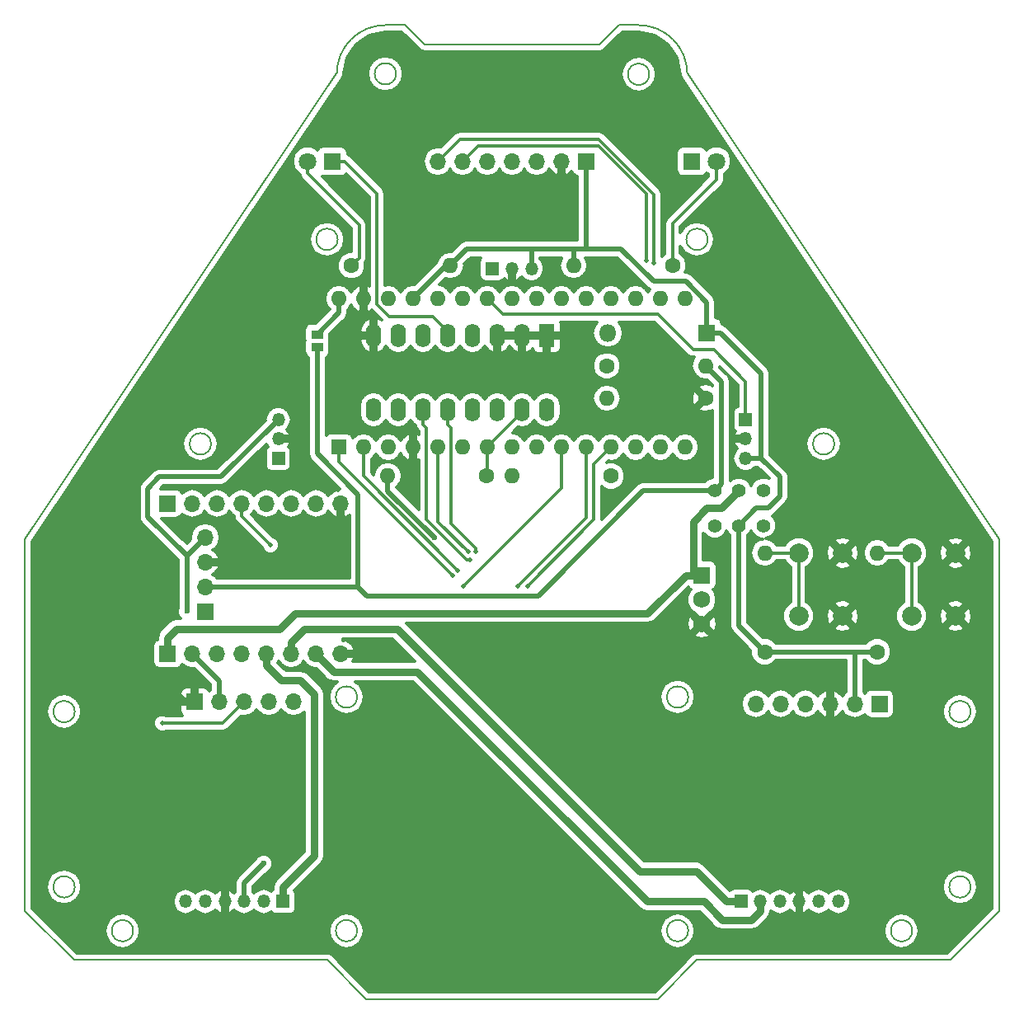
<source format=gtl>
G04 #@! TF.FileFunction,Copper,L1,Top,Signal*
%FSLAX46Y46*%
G04 Gerber Fmt 4.6, Leading zero omitted, Abs format (unit mm)*
G04 Created by KiCad (PCBNEW 4.0.7) date 07/12/18 19:35:41*
%MOMM*%
%LPD*%
G01*
G04 APERTURE LIST*
%ADD10C,0.100000*%
%ADD11C,0.150000*%
%ADD12R,1.600000X1.600000*%
%ADD13O,1.600000X1.600000*%
%ADD14R,1.700000X1.700000*%
%ADD15O,1.700000X1.700000*%
%ADD16R,1.800000X1.800000*%
%ADD17C,1.800000*%
%ADD18O,1.800000X1.800000*%
%ADD19R,1.750000X1.750000*%
%ADD20C,1.750000*%
%ADD21R,1.270000X0.970000*%
%ADD22C,1.600000*%
%ADD23C,1.400000*%
%ADD24R,1.600000X2.400000*%
%ADD25O,1.600000X2.400000*%
%ADD26C,2.000000*%
%ADD27R,1.350000X1.350000*%
%ADD28O,1.350000X1.350000*%
%ADD29C,0.500000*%
%ADD30C,0.600000*%
%ADD31C,0.304800*%
%ADD32C,0.800000*%
%ADD33C,0.500000*%
G04 APERTURE END LIST*
D10*
D11*
X61000000Y100000000D02*
X63000000Y100000000D01*
X37000000Y100000000D02*
X39000000Y100000000D01*
X59000000Y98000000D02*
X61000000Y100000000D01*
X41000000Y98000000D02*
X59000000Y98000000D01*
X39000000Y100000000D02*
X41000000Y98000000D01*
X100000000Y47200000D02*
X68000000Y95000000D01*
X68000000Y95000000D02*
G75*
G03X63000000Y100000000I-5000000J0D01*
G01*
X32000000Y95000000D02*
X0Y47200000D01*
X37000000Y100000000D02*
G75*
G03X32000000Y95000000I0J-5000000D01*
G01*
X83100000Y57000000D02*
G75*
G03X83100000Y57000000I-1100000J0D01*
G01*
X19100000Y57000000D02*
G75*
G03X19100000Y57000000I-1100000J0D01*
G01*
X70100000Y78000000D02*
G75*
G03X70100000Y78000000I-1100000J0D01*
G01*
X32100000Y78000000D02*
G75*
G03X32100000Y78000000I-1100000J0D01*
G01*
X64100000Y94950000D02*
G75*
G03X64100000Y94950000I-1100000J0D01*
G01*
X38100000Y95000000D02*
G75*
G03X38100000Y95000000I-1100000J0D01*
G01*
X34100000Y31000000D02*
G75*
G03X34100000Y31000000I-1100000J0D01*
G01*
X68100000Y31000000D02*
G75*
G03X68100000Y31000000I-1100000J0D01*
G01*
X68100000Y7000000D02*
G75*
G03X68100000Y7000000I-1100000J0D01*
G01*
X34100000Y7000000D02*
G75*
G03X34100000Y7000000I-1100000J0D01*
G01*
X91100000Y7000000D02*
G75*
G03X91100000Y7000000I-1100000J0D01*
G01*
X11100000Y7000000D02*
G75*
G03X11100000Y7000000I-1100000J0D01*
G01*
X95000000Y4000000D02*
X100000000Y9000000D01*
X69000000Y4000000D02*
X95000000Y4000000D01*
X65000000Y0D02*
X69000000Y4000000D01*
X35000000Y0D02*
X65000000Y0D01*
X5000000Y4000000D02*
X0Y9000000D01*
X31000000Y4000000D02*
X5000000Y4000000D01*
X35000000Y0D02*
X31000000Y4000000D01*
X97100000Y29500000D02*
G75*
G03X97100000Y29500000I-1100000J0D01*
G01*
X97100000Y11500000D02*
G75*
G03X97100000Y11500000I-1100000J0D01*
G01*
X5100000Y11500000D02*
G75*
G03X5100000Y11500000I-1100000J0D01*
G01*
X5100000Y29500000D02*
G75*
G03X5100000Y29500000I-1100000J0D01*
G01*
X0Y47200000D02*
X0Y9000000D01*
X100000000Y9000000D02*
X100000000Y47200000D01*
D12*
X32220000Y56660000D03*
D13*
X65240000Y71900000D03*
X34760000Y56660000D03*
X62700000Y71900000D03*
X37300000Y56660000D03*
X60160000Y71900000D03*
X39840000Y56660000D03*
X57620000Y71900000D03*
X42380000Y56660000D03*
X55080000Y71900000D03*
X44920000Y56660000D03*
X52540000Y71900000D03*
X47460000Y56660000D03*
X50000000Y71900000D03*
X50000000Y56660000D03*
X47460000Y71900000D03*
X52540000Y56660000D03*
X44920000Y71900000D03*
X55080000Y56660000D03*
X42380000Y71900000D03*
X57620000Y56660000D03*
X39840000Y71900000D03*
X60160000Y56660000D03*
X37300000Y71900000D03*
X62700000Y56660000D03*
X34760000Y71900000D03*
X65240000Y56660000D03*
X32220000Y71900000D03*
X67780000Y56660000D03*
X67780000Y71900000D03*
D14*
X14635931Y35430000D03*
D15*
X17175931Y35430000D03*
X19715931Y35430000D03*
X22255931Y35430000D03*
X24795931Y35430000D03*
X27335931Y35430000D03*
X29875931Y35430000D03*
X32415931Y35430000D03*
D16*
X31540000Y86000000D03*
D17*
X29000000Y86000000D03*
D16*
X68460000Y86000000D03*
D17*
X71000000Y86000000D03*
D16*
X70000000Y68400000D03*
D18*
X59840000Y68400000D03*
D19*
X69500000Y43500000D03*
D20*
X69500000Y41000000D03*
X69500000Y38500000D03*
D21*
X30000000Y68240000D03*
X30000000Y66960000D03*
D22*
X33500000Y75300000D03*
D13*
X43660000Y75300000D03*
D22*
X66500000Y75300000D03*
D13*
X56340000Y75300000D03*
D22*
X75950000Y35640000D03*
D13*
X75950000Y45800000D03*
D22*
X87500000Y35640000D03*
D13*
X87500000Y45800000D03*
D22*
X59740000Y65000000D03*
D13*
X69900000Y65000000D03*
D22*
X69900000Y61700000D03*
D13*
X59740000Y61700000D03*
D23*
X75800000Y48600000D03*
X75800000Y52200000D03*
X73300000Y48600000D03*
X70800000Y48600000D03*
X70800000Y52200000D03*
X73300000Y52200000D03*
D24*
X53580000Y68120000D03*
D25*
X35800000Y60500000D03*
X51040000Y68120000D03*
X38340000Y60500000D03*
X48500000Y68120000D03*
X40880000Y60500000D03*
X45960000Y68120000D03*
X43420000Y60500000D03*
X43420000Y68120000D03*
X45960000Y60500000D03*
X40880000Y68120000D03*
X48500000Y60500000D03*
X38340000Y68120000D03*
X51040000Y60500000D03*
X35800000Y68120000D03*
X53580000Y60500000D03*
D26*
X83950000Y39300000D03*
X79450000Y39300000D03*
X83950000Y45800000D03*
X79450000Y45800000D03*
X95550000Y39300000D03*
X91050000Y39300000D03*
X95550000Y45800000D03*
X91050000Y45800000D03*
D14*
X14635931Y50880839D03*
D15*
X17175931Y50880839D03*
X19715931Y50880839D03*
X22255931Y50880839D03*
X24795931Y50880839D03*
X27335931Y50880839D03*
X29875931Y50880839D03*
X32415931Y50880839D03*
D14*
X18500000Y39760000D03*
D15*
X18500000Y42300000D03*
X18500000Y44840000D03*
X18500000Y47380000D03*
D14*
X87740000Y30300000D03*
D15*
X85200000Y30300000D03*
X82660000Y30300000D03*
X80120000Y30300000D03*
X77580000Y30300000D03*
X75040000Y30300000D03*
D14*
X17420000Y30500000D03*
D15*
X19960000Y30500000D03*
X22500000Y30500000D03*
X25040000Y30500000D03*
X27580000Y30500000D03*
D27*
X26500000Y10000000D03*
D28*
X24500000Y10000000D03*
X22500000Y10000000D03*
X20500000Y10000000D03*
X18500000Y10000000D03*
X16500000Y10000000D03*
D27*
X73500000Y10000000D03*
D28*
X75500000Y10000000D03*
X77500000Y10000000D03*
X79500000Y10000000D03*
X81500000Y10000000D03*
X83500000Y10000000D03*
D27*
X26000000Y55500000D03*
D28*
X26000000Y57500000D03*
X26000000Y59500000D03*
D27*
X48000000Y75000000D03*
D28*
X50000000Y75000000D03*
X52000000Y75000000D03*
D27*
X74000000Y59500000D03*
D28*
X74000000Y57500000D03*
X74000000Y55500000D03*
D14*
X57620000Y86000000D03*
D15*
X55080000Y86000000D03*
X52540000Y86000000D03*
X50000000Y86000000D03*
X47460000Y86000000D03*
X44920000Y86000000D03*
X42380000Y86000000D03*
D22*
X47400000Y53700000D03*
D13*
X37240000Y53700000D03*
D22*
X60160000Y53700000D03*
D13*
X50000000Y53700000D03*
D29*
X43924764Y43472826D03*
X44448643Y43996706D03*
D30*
X77000000Y13454594D03*
X12200000Y10600000D03*
X15600000Y6500000D03*
X40100000Y51100000D03*
X76300000Y39700000D03*
X24000000Y44400000D03*
X32400000Y44400000D03*
X93400000Y50500000D03*
X88800000Y56800000D03*
X82100000Y62600000D03*
X77900000Y69200000D03*
X74700000Y78100000D03*
X67300000Y82900000D03*
X63600000Y87700000D03*
X48500000Y80200000D03*
X41400000Y80200000D03*
X38000000Y85700000D03*
X39900000Y90900000D03*
X46500000Y91500000D03*
X55100000Y91500000D03*
X27500000Y73700000D03*
X22300000Y68400000D03*
X15700000Y62300000D03*
X8100000Y50000000D03*
X7200000Y41300000D03*
X9100000Y32600000D03*
X14200000Y32600000D03*
X41600000Y9100000D03*
X57700000Y9100000D03*
X48800000Y18000000D03*
X41700000Y25100000D03*
X51800000Y35100000D03*
X60000000Y26900000D03*
X65400000Y21500000D03*
X77000000Y21400000D03*
D29*
X14100000Y28300000D03*
X63800000Y75800000D03*
D30*
X24500000Y13900000D03*
X42000000Y47380000D03*
X16600000Y39800000D03*
D29*
X64600000Y75600000D03*
X45500000Y45900000D03*
X45000000Y42400000D03*
X25200000Y46600000D03*
X46300000Y45900000D03*
X45700000Y45100000D03*
X51600000Y42400000D03*
X50600000Y42400000D03*
D31*
X32220000Y56660000D02*
X32220000Y55177590D01*
X32220000Y55177590D02*
X43674765Y43722825D01*
X43674765Y43722825D02*
X43924764Y43472826D01*
X44198644Y44246705D02*
X44448643Y43996706D01*
X34760000Y53685349D02*
X44198644Y44246705D01*
X34760000Y56660000D02*
X34760000Y53685349D01*
D32*
X79500000Y10000000D02*
X79500000Y10954594D01*
X79500000Y10954594D02*
X77000000Y13454594D01*
X20500000Y10000000D02*
X20500000Y8300000D01*
X20500000Y8300000D02*
X18700000Y6500000D01*
X17000000Y6500000D02*
X18700000Y6500000D01*
X17000000Y6500000D02*
X15600000Y6500000D01*
X39840000Y56660000D02*
X39840000Y51360000D01*
X39840000Y51360000D02*
X40100000Y51100000D01*
X32415931Y50880839D02*
X32415931Y44415931D01*
X32415931Y44415931D02*
X32400000Y44400000D01*
X82100000Y62600000D02*
X87900000Y56800000D01*
X87900000Y56800000D02*
X88800000Y56800000D01*
X74700000Y78100000D02*
X77900000Y74900000D01*
X77900000Y74900000D02*
X77900000Y69200000D01*
X63600000Y87700000D02*
X63600000Y86600000D01*
X63600000Y86600000D02*
X67300000Y82900000D01*
X41400000Y80200000D02*
X48500000Y80200000D01*
X39900000Y90900000D02*
X39900000Y87600000D01*
X39900000Y87600000D02*
X38000000Y85700000D01*
X55100000Y91500000D02*
X46500000Y91500000D01*
X15700000Y62300000D02*
X21800000Y68400000D01*
X21800000Y68400000D02*
X22300000Y68400000D01*
X7200000Y41300000D02*
X8100000Y42200000D01*
X8100000Y42200000D02*
X8100000Y50000000D01*
X14200000Y32600000D02*
X9100000Y32600000D01*
X17420000Y30500000D02*
X16300000Y30500000D01*
X16300000Y30500000D02*
X14200000Y32600000D01*
X57700000Y9100000D02*
X41600000Y9100000D01*
X41700000Y25100000D02*
X48800000Y18000000D01*
X65400000Y21500000D02*
X60000000Y26900000D01*
X82660000Y30300000D02*
X82660000Y27060000D01*
X82660000Y27060000D02*
X77000000Y21400000D01*
D31*
X14100000Y28300000D02*
X20300000Y28300000D01*
X20300000Y28300000D02*
X22500000Y30500000D01*
X47460000Y56660000D02*
X47460000Y53760000D01*
X47460000Y53760000D02*
X47400000Y53700000D01*
X47460000Y56660000D02*
X51040000Y60240000D01*
X51040000Y60240000D02*
X51040000Y60500000D01*
X70700000Y66700000D02*
X74000000Y63400000D01*
X74000000Y63400000D02*
X74000000Y59500000D01*
X68600000Y66700000D02*
X70700000Y66700000D01*
X65000000Y70300000D02*
X68600000Y66700000D01*
X49060000Y70300000D02*
X65000000Y70300000D01*
X47460000Y71900000D02*
X49060000Y70300000D01*
X58900000Y87600000D02*
X63800000Y82700000D01*
X63800000Y82700000D02*
X63800000Y75800000D01*
X46520000Y87600000D02*
X58900000Y87600000D01*
X44920000Y86000000D02*
X46520000Y87600000D01*
D33*
X22500000Y10000000D02*
X22500000Y11900000D01*
X22500000Y11900000D02*
X24500000Y13900000D01*
X37240000Y52140000D02*
X42000000Y47380000D01*
X37240000Y53700000D02*
X37240000Y52140000D01*
X52000000Y77000000D02*
X56400000Y77000000D01*
X56400000Y77000000D02*
X57600000Y77000000D01*
X56340000Y75300000D02*
X56340000Y76940000D01*
X56340000Y76940000D02*
X56400000Y77000000D01*
X57600000Y77000000D02*
X61160000Y77000000D01*
X57620000Y86000000D02*
X57620000Y77020000D01*
X57620000Y77020000D02*
X57600000Y77000000D01*
X64540000Y73700000D02*
X61200000Y77040000D01*
X61160000Y77000000D02*
X61200000Y77040000D01*
X43660000Y75300000D02*
X45360000Y77000000D01*
X45360000Y77000000D02*
X52000000Y77000000D01*
X52000000Y77000000D02*
X52000000Y75000000D01*
X39840000Y71900000D02*
X43240000Y75300000D01*
X43240000Y75300000D02*
X43660000Y75300000D01*
X19960000Y30500000D02*
X19960000Y32645931D01*
X19960000Y32645931D02*
X17175931Y35430000D01*
X75600000Y57100000D02*
X75600000Y55500000D01*
X77500000Y53600000D02*
X75600000Y55500000D01*
X75600000Y55500000D02*
X74000000Y55500000D01*
X77500000Y51600000D02*
X77500000Y53600000D01*
X76300000Y50400000D02*
X77500000Y51600000D01*
X75100000Y50400000D02*
X76300000Y50400000D01*
X73300000Y48600000D02*
X75100000Y50400000D01*
X12600000Y52400000D02*
X12600000Y49480000D01*
X12600000Y49480000D02*
X16600000Y45480000D01*
X13800000Y53600000D02*
X12600000Y52400000D01*
X20100000Y53600000D02*
X13800000Y53600000D01*
X26000000Y59500000D02*
X20100000Y53600000D01*
X67830002Y73700000D02*
X64540000Y73700000D01*
X70000000Y68400000D02*
X70000000Y71530002D01*
X70000000Y71530002D02*
X67830002Y73700000D01*
X75950000Y35640000D02*
X73300000Y38290000D01*
X73300000Y38290000D02*
X73300000Y48600000D01*
X75600000Y64200000D02*
X75600000Y57100000D01*
X70000000Y68400000D02*
X71400000Y68400000D01*
X71400000Y68400000D02*
X75600000Y64200000D01*
X77081370Y35640000D02*
X85200000Y35640000D01*
X85200000Y35640000D02*
X87500000Y35640000D01*
X85200000Y30300000D02*
X85200000Y35640000D01*
X75950000Y35640000D02*
X77081370Y35640000D01*
X16600000Y39800000D02*
X16600000Y45480000D01*
X16600000Y45480000D02*
X18500000Y47380000D01*
D31*
X64600000Y75953553D02*
X64600000Y75600000D01*
X64600000Y82613910D02*
X64600000Y75953553D01*
X58909100Y88304810D02*
X64600000Y82613910D01*
X44684810Y88304810D02*
X58909100Y88304810D01*
X42380000Y86000000D02*
X44684810Y88304810D01*
D33*
X32220000Y71900000D02*
X32220000Y70460000D01*
X32220000Y70460000D02*
X30000000Y68240000D01*
D31*
X42380000Y56660000D02*
X42380000Y49020000D01*
X42380000Y49020000D02*
X45500000Y45900000D01*
X55080000Y52480000D02*
X55080000Y56660000D01*
X45000000Y42400000D02*
X55080000Y52480000D01*
X31540000Y86000000D02*
X32812792Y86000000D01*
X37394446Y70100000D02*
X41840000Y70100000D01*
X41840000Y70100000D02*
X43420000Y68520000D01*
X43420000Y68520000D02*
X43420000Y68120000D01*
X36147599Y82665193D02*
X36147599Y71346847D01*
X36147599Y71346847D02*
X37394446Y70100000D01*
X32812792Y86000000D02*
X36147599Y82665193D01*
X45960000Y68120000D02*
X45960000Y67720000D01*
D32*
X14635931Y35430000D02*
X14635931Y37080000D01*
X14635931Y37080000D02*
X15555931Y38000000D01*
X15555931Y38000000D02*
X26100000Y38000000D01*
X26100000Y38000000D02*
X27700000Y39600000D01*
X27700000Y39600000D02*
X63925000Y39600000D01*
X63925000Y39600000D02*
X67825000Y43500000D01*
X67825000Y43500000D02*
X68600000Y43500000D01*
X68600000Y43500000D02*
X69500000Y43500000D01*
X68600000Y44400000D02*
X68600000Y43500000D01*
X68600000Y49000000D02*
X70000000Y50400000D01*
X68600000Y44400000D02*
X68600000Y49000000D01*
X70000000Y50400000D02*
X71500000Y50400000D01*
X71500000Y50400000D02*
X73300000Y52200000D01*
X26500000Y11475000D02*
X26500000Y10000000D01*
X24795931Y35430000D02*
X24795931Y34227919D01*
X24795931Y34227919D02*
X26323850Y32700000D01*
X26323850Y32700000D02*
X28276770Y32700000D01*
X28276770Y32700000D02*
X29700000Y31276770D01*
X29700000Y31276770D02*
X29700000Y14675000D01*
X29700000Y14675000D02*
X26500000Y11475000D01*
X73500000Y10000000D02*
X72025000Y10000000D01*
X72025000Y10000000D02*
X68925000Y13100000D01*
X68925000Y13100000D02*
X63100000Y13100000D01*
X27335931Y35430000D02*
X27335931Y36632081D01*
X27335931Y36632081D02*
X28703850Y38000000D01*
X28703850Y38000000D02*
X38200000Y38000000D01*
X38200000Y38000000D02*
X63100000Y13100000D01*
X71600000Y8100000D02*
X74554594Y8100000D01*
X74554594Y8100000D02*
X75500000Y9045406D01*
X75500000Y9045406D02*
X75500000Y10000000D01*
X69700000Y10000000D02*
X71600000Y8100000D01*
X63900000Y10000000D02*
X69700000Y10000000D01*
X31705931Y33600000D02*
X40300000Y33600000D01*
X40300000Y33600000D02*
X63900000Y10000000D01*
X29875931Y35430000D02*
X31705931Y33600000D01*
D31*
X25200000Y46600000D02*
X22255931Y49544069D01*
X22255931Y49544069D02*
X22255931Y50880839D01*
D33*
X30000000Y66960000D02*
X30000000Y56000000D01*
X30000000Y56000000D02*
X34200000Y51800000D01*
X34200000Y51800000D02*
X34200000Y42300000D01*
X35100000Y41400000D02*
X34200000Y42300000D01*
X52700000Y41400000D02*
X35100000Y41400000D01*
X70800000Y52200000D02*
X63500000Y52200000D01*
X63500000Y52200000D02*
X52700000Y41400000D01*
X34200000Y42300000D02*
X19702081Y42300000D01*
X70800000Y52200000D02*
X71499999Y52899999D01*
X71499999Y52899999D02*
X71499999Y63400001D01*
X71499999Y63400001D02*
X69900000Y65000000D01*
X19702081Y42300000D02*
X18500000Y42300000D01*
D31*
X79450000Y45800000D02*
X79450000Y44385787D01*
X79450000Y44385787D02*
X79450000Y39300000D01*
X46300000Y46253553D02*
X46300000Y45900000D01*
X43767599Y48785954D02*
X46300000Y46253553D01*
X43767599Y58647601D02*
X43767599Y48785954D01*
X43420000Y58995200D02*
X43767599Y58647601D01*
X43420000Y60500000D02*
X43420000Y58995200D01*
X75950000Y45800000D02*
X79450000Y45800000D01*
X91050000Y45800000D02*
X91050000Y39300000D01*
X40880000Y60500000D02*
X40880000Y58995200D01*
X45346447Y45100000D02*
X45700000Y45100000D01*
X41227599Y49218848D02*
X45346447Y45100000D01*
X41227599Y58647601D02*
X41227599Y49218848D01*
X40880000Y58995200D02*
X41227599Y58647601D01*
X87500000Y45800000D02*
X91050000Y45800000D01*
X51600000Y42400000D02*
X58400000Y49200000D01*
X58400000Y49200000D02*
X58400000Y54900000D01*
X58400000Y54900000D02*
X60160000Y56660000D01*
X57620000Y56660000D02*
X57620000Y49420000D01*
X57620000Y49420000D02*
X50600000Y42400000D01*
X29000000Y86000000D02*
X29000000Y84795200D01*
X33500000Y75300000D02*
X34299999Y76099999D01*
X34299999Y76099999D02*
X34299999Y79495201D01*
X34299999Y79495201D02*
X29000000Y84795200D01*
X66500000Y79600000D02*
X66500000Y75300000D01*
X71000000Y84100000D02*
X66500000Y79600000D01*
X71000000Y86000000D02*
X71000000Y84100000D01*
G36*
X40479994Y97479994D02*
X40718574Y97320579D01*
X40765266Y97311292D01*
X41000000Y97264600D01*
X59000000Y97264600D01*
X59281426Y97320579D01*
X59520006Y97479994D01*
X61304612Y99264600D01*
X62927567Y99264600D01*
X64626479Y98926666D01*
X66005340Y98005340D01*
X66926666Y96626478D01*
X67278730Y94856531D01*
X67278858Y94856223D01*
X67278858Y94855894D01*
X67333582Y94724107D01*
X67388537Y94591434D01*
X67388771Y94591200D01*
X67388898Y94590894D01*
X99264600Y46976564D01*
X99264600Y9304612D01*
X94695388Y4735400D01*
X69000000Y4735400D01*
X68765266Y4688708D01*
X68718574Y4679421D01*
X68479993Y4520006D01*
X64695388Y735400D01*
X35304613Y735400D01*
X31520006Y4520006D01*
X31281426Y4679421D01*
X31000000Y4735400D01*
X5304612Y4735400D01*
X3040012Y7000000D01*
X8164600Y7000000D01*
X8304312Y6297623D01*
X8702176Y5702176D01*
X9297623Y5304312D01*
X10000000Y5164600D01*
X10702377Y5304312D01*
X11297824Y5702176D01*
X11695688Y6297623D01*
X11835400Y7000000D01*
X31164600Y7000000D01*
X31304312Y6297623D01*
X31702176Y5702176D01*
X32297623Y5304312D01*
X33000000Y5164600D01*
X33702377Y5304312D01*
X34297824Y5702176D01*
X34695688Y6297623D01*
X34835400Y7000000D01*
X65164600Y7000000D01*
X65304312Y6297623D01*
X65702176Y5702176D01*
X66297623Y5304312D01*
X67000000Y5164600D01*
X67702377Y5304312D01*
X68297824Y5702176D01*
X68695688Y6297623D01*
X68835400Y7000000D01*
X88164600Y7000000D01*
X88304312Y6297623D01*
X88702176Y5702176D01*
X89297623Y5304312D01*
X90000000Y5164600D01*
X90702377Y5304312D01*
X91297824Y5702176D01*
X91695688Y6297623D01*
X91835400Y7000000D01*
X91695688Y7702377D01*
X91297824Y8297824D01*
X90702377Y8695688D01*
X90000000Y8835400D01*
X89297623Y8695688D01*
X88702176Y8297824D01*
X88304312Y7702377D01*
X88164600Y7000000D01*
X68835400Y7000000D01*
X68695688Y7702377D01*
X68297824Y8297824D01*
X67702377Y8695688D01*
X67000000Y8835400D01*
X66297623Y8695688D01*
X65702176Y8297824D01*
X65304312Y7702377D01*
X65164600Y7000000D01*
X34835400Y7000000D01*
X34695688Y7702377D01*
X34297824Y8297824D01*
X33702377Y8695688D01*
X33000000Y8835400D01*
X32297623Y8695688D01*
X31702176Y8297824D01*
X31304312Y7702377D01*
X31164600Y7000000D01*
X11835400Y7000000D01*
X11695688Y7702377D01*
X11297824Y8297824D01*
X10702377Y8695688D01*
X10000000Y8835400D01*
X9297623Y8695688D01*
X8702176Y8297824D01*
X8304312Y7702377D01*
X8164600Y7000000D01*
X3040012Y7000000D01*
X735400Y9304612D01*
X735400Y11500000D01*
X2164600Y11500000D01*
X2304312Y10797623D01*
X2702176Y10202176D01*
X3297623Y9804312D01*
X4000000Y9664600D01*
X4702377Y9804312D01*
X5034399Y10026162D01*
X15164600Y10026162D01*
X15164600Y9973838D01*
X15266251Y9462803D01*
X15555730Y9029568D01*
X15988965Y8740089D01*
X16500000Y8638438D01*
X17011035Y8740089D01*
X17444270Y9029568D01*
X17500000Y9112974D01*
X17555730Y9029568D01*
X17988965Y8740089D01*
X18500000Y8638438D01*
X19011035Y8740089D01*
X19444270Y9029568D01*
X19502446Y9116634D01*
X19510480Y9103229D01*
X19928982Y8792819D01*
X20050168Y8742644D01*
X20252400Y8856192D01*
X20252400Y9752400D01*
X20232400Y9752400D01*
X20232400Y10247600D01*
X20252400Y10247600D01*
X20252400Y11143808D01*
X20050168Y11257356D01*
X19928982Y11207181D01*
X19510480Y10896771D01*
X19502446Y10883366D01*
X19444270Y10970432D01*
X19011035Y11259911D01*
X18500000Y11361562D01*
X17988965Y11259911D01*
X17555730Y10970432D01*
X17500000Y10887026D01*
X17444270Y10970432D01*
X17011035Y11259911D01*
X16500000Y11361562D01*
X15988965Y11259911D01*
X15555730Y10970432D01*
X15266251Y10537197D01*
X15164600Y10026162D01*
X5034399Y10026162D01*
X5297824Y10202176D01*
X5695688Y10797623D01*
X5835400Y11500000D01*
X5695688Y12202377D01*
X5297824Y12797824D01*
X4702377Y13195688D01*
X4000000Y13335400D01*
X3297623Y13195688D01*
X2702176Y12797824D01*
X2304312Y12202377D01*
X2164600Y11500000D01*
X735400Y11500000D01*
X735400Y29500000D01*
X2164600Y29500000D01*
X2304312Y28797623D01*
X2702176Y28202176D01*
X3297623Y27804312D01*
X4000000Y27664600D01*
X4702377Y27804312D01*
X5297824Y28202176D01*
X5695688Y28797623D01*
X5835400Y29500000D01*
X5695688Y30202377D01*
X5297824Y30797824D01*
X4702377Y31195688D01*
X4000000Y31335400D01*
X3297623Y31195688D01*
X2702176Y30797824D01*
X2304312Y30202377D01*
X2164600Y29500000D01*
X735400Y29500000D01*
X735400Y31481362D01*
X15909600Y31481362D01*
X15909600Y30912700D01*
X16074700Y30747600D01*
X17172400Y30747600D01*
X17172400Y31845300D01*
X17007300Y32010400D01*
X16438639Y32010400D01*
X16195914Y31909860D01*
X16010140Y31724087D01*
X15909600Y31481362D01*
X735400Y31481362D01*
X735400Y46976564D01*
X4366152Y52400000D01*
X11689600Y52400000D01*
X11689600Y49480000D01*
X11758900Y49131605D01*
X11956250Y48836250D01*
X15689600Y45102900D01*
X15689600Y40111884D01*
X15639767Y39991873D01*
X15639434Y39609803D01*
X15785338Y39256688D01*
X15981284Y39060400D01*
X15555931Y39060400D01*
X15150133Y38979682D01*
X14806115Y38749816D01*
X13886115Y37829816D01*
X13656249Y37485798D01*
X13575531Y37080000D01*
X13575531Y36913749D01*
X13541201Y36907289D01*
X13316432Y36762654D01*
X13165643Y36541966D01*
X13112593Y36280000D01*
X13112593Y34580000D01*
X13158642Y34335270D01*
X13303277Y34110501D01*
X13523965Y33959712D01*
X13785931Y33906662D01*
X15485931Y33906662D01*
X15730661Y33952711D01*
X15955430Y34097346D01*
X16106219Y34318034D01*
X16108983Y34331684D01*
X16597926Y34004982D01*
X17175931Y33890010D01*
X17386530Y33931901D01*
X19049600Y32268831D01*
X19049600Y31702918D01*
X18891986Y31597604D01*
X18885976Y31588610D01*
X18829860Y31724087D01*
X18644086Y31909860D01*
X18401361Y32010400D01*
X17832700Y32010400D01*
X17667600Y31845300D01*
X17667600Y30747600D01*
X17687600Y30747600D01*
X17687600Y30252400D01*
X17667600Y30252400D01*
X17667600Y30232400D01*
X17172400Y30232400D01*
X17172400Y30252400D01*
X16074700Y30252400D01*
X15909600Y30087300D01*
X15909600Y29518638D01*
X16010140Y29275913D01*
X16173254Y29112800D01*
X14516551Y29112800D01*
X14281884Y29210242D01*
X13919705Y29210558D01*
X13584973Y29072250D01*
X13328650Y28816374D01*
X13189758Y28481884D01*
X13189442Y28119705D01*
X13327750Y27784973D01*
X13583626Y27528650D01*
X13918116Y27389758D01*
X14280295Y27389442D01*
X14516888Y27487200D01*
X20300000Y27487200D01*
X20611045Y27549071D01*
X20874736Y27725264D01*
X22174273Y29024801D01*
X22500000Y28960010D01*
X23078005Y29074982D01*
X23568014Y29402396D01*
X23770000Y29704689D01*
X23971986Y29402396D01*
X24461995Y29074982D01*
X25040000Y28960010D01*
X25618005Y29074982D01*
X26108014Y29402396D01*
X26310000Y29704689D01*
X26511986Y29402396D01*
X27001995Y29074982D01*
X27580000Y28960010D01*
X28158005Y29074982D01*
X28639600Y29396774D01*
X28639600Y15114232D01*
X25750184Y12224816D01*
X25520318Y11880798D01*
X25439600Y11475000D01*
X25439600Y11211770D01*
X25355501Y11157654D01*
X25295499Y11069838D01*
X25011035Y11259911D01*
X24500000Y11361562D01*
X23988965Y11259911D01*
X23555730Y10970432D01*
X23500000Y10887026D01*
X23444270Y10970432D01*
X23410400Y10993063D01*
X23410400Y11522900D01*
X24923215Y13035715D01*
X25043312Y13085338D01*
X25313712Y13355267D01*
X25460233Y13708127D01*
X25460566Y14090197D01*
X25314662Y14443312D01*
X25044733Y14713712D01*
X24691873Y14860233D01*
X24309803Y14860566D01*
X23956688Y14714662D01*
X23686288Y14444733D01*
X23635910Y14323410D01*
X21856250Y12543750D01*
X21658900Y12248395D01*
X21589600Y11900000D01*
X21589600Y10993063D01*
X21555730Y10970432D01*
X21497554Y10883366D01*
X21489520Y10896771D01*
X21071018Y11207181D01*
X20949832Y11257356D01*
X20747600Y11143808D01*
X20747600Y10247600D01*
X20767600Y10247600D01*
X20767600Y9752400D01*
X20747600Y9752400D01*
X20747600Y8856192D01*
X20949832Y8742644D01*
X21071018Y8792819D01*
X21489520Y9103229D01*
X21497554Y9116634D01*
X21555730Y9029568D01*
X21988965Y8740089D01*
X22500000Y8638438D01*
X23011035Y8740089D01*
X23444270Y9029568D01*
X23500000Y9112974D01*
X23555730Y9029568D01*
X23988965Y8740089D01*
X24500000Y8638438D01*
X25011035Y8740089D01*
X25294662Y8929603D01*
X25342346Y8855501D01*
X25563034Y8704712D01*
X25825000Y8651662D01*
X27175000Y8651662D01*
X27419730Y8697711D01*
X27644499Y8842346D01*
X27795288Y9063034D01*
X27848338Y9325000D01*
X27848338Y10675000D01*
X27802289Y10919730D01*
X27662148Y11137516D01*
X30449816Y13925184D01*
X30679682Y14269202D01*
X30760400Y14675000D01*
X30760400Y31276770D01*
X30679682Y31682568D01*
X30449816Y32026586D01*
X29026586Y33449816D01*
X28682568Y33679682D01*
X28276770Y33760400D01*
X26763082Y33760400D01*
X25994979Y34528503D01*
X26065931Y34634689D01*
X26267917Y34332396D01*
X26757926Y34004982D01*
X27335931Y33890010D01*
X27913936Y34004982D01*
X28403945Y34332396D01*
X28605931Y34634689D01*
X28807917Y34332396D01*
X29297926Y34004982D01*
X29875931Y33890010D01*
X29909593Y33896706D01*
X30956115Y32850184D01*
X31300133Y32620318D01*
X31705931Y32539600D01*
X32064020Y32539600D01*
X31702176Y32297824D01*
X31304312Y31702377D01*
X31164600Y31000000D01*
X31304312Y30297623D01*
X31702176Y29702176D01*
X32297623Y29304312D01*
X33000000Y29164600D01*
X33702377Y29304312D01*
X34297824Y29702176D01*
X34695688Y30297623D01*
X34835400Y31000000D01*
X34695688Y31702377D01*
X34297824Y32297824D01*
X33935980Y32539600D01*
X39860768Y32539600D01*
X63150184Y9250184D01*
X63494202Y9020318D01*
X63900000Y8939600D01*
X69260768Y8939600D01*
X70850184Y7350184D01*
X71194202Y7120318D01*
X71600000Y7039600D01*
X74554594Y7039600D01*
X74960392Y7120318D01*
X75304410Y7350184D01*
X76249816Y8295590D01*
X76390272Y8505797D01*
X76479682Y8639608D01*
X76557071Y9028672D01*
X76988965Y8740089D01*
X77500000Y8638438D01*
X78011035Y8740089D01*
X78444270Y9029568D01*
X78502446Y9116634D01*
X78510480Y9103229D01*
X78928982Y8792819D01*
X79050168Y8742644D01*
X79252400Y8856192D01*
X79252400Y9752400D01*
X79232400Y9752400D01*
X79232400Y10247600D01*
X79252400Y10247600D01*
X79252400Y11143808D01*
X79747600Y11143808D01*
X79747600Y10247600D01*
X79767600Y10247600D01*
X79767600Y9752400D01*
X79747600Y9752400D01*
X79747600Y8856192D01*
X79949832Y8742644D01*
X80071018Y8792819D01*
X80489520Y9103229D01*
X80497554Y9116634D01*
X80555730Y9029568D01*
X80988965Y8740089D01*
X81500000Y8638438D01*
X82011035Y8740089D01*
X82444270Y9029568D01*
X82500000Y9112974D01*
X82555730Y9029568D01*
X82988965Y8740089D01*
X83500000Y8638438D01*
X84011035Y8740089D01*
X84444270Y9029568D01*
X84733749Y9462803D01*
X84835400Y9973838D01*
X84835400Y10026162D01*
X84733749Y10537197D01*
X84444270Y10970432D01*
X84011035Y11259911D01*
X83500000Y11361562D01*
X82988965Y11259911D01*
X82555730Y10970432D01*
X82500000Y10887026D01*
X82444270Y10970432D01*
X82011035Y11259911D01*
X81500000Y11361562D01*
X80988965Y11259911D01*
X80555730Y10970432D01*
X80497554Y10883366D01*
X80489520Y10896771D01*
X80071018Y11207181D01*
X79949832Y11257356D01*
X79747600Y11143808D01*
X79252400Y11143808D01*
X79050168Y11257356D01*
X78928982Y11207181D01*
X78510480Y10896771D01*
X78502446Y10883366D01*
X78444270Y10970432D01*
X78011035Y11259911D01*
X77500000Y11361562D01*
X76988965Y11259911D01*
X76555730Y10970432D01*
X76500000Y10887026D01*
X76444270Y10970432D01*
X76011035Y11259911D01*
X75500000Y11361562D01*
X74988965Y11259911D01*
X74705338Y11070397D01*
X74657654Y11144499D01*
X74436966Y11295288D01*
X74175000Y11348338D01*
X72825000Y11348338D01*
X72580270Y11302289D01*
X72362484Y11162148D01*
X72024632Y11500000D01*
X94164600Y11500000D01*
X94304312Y10797623D01*
X94702176Y10202176D01*
X95297623Y9804312D01*
X96000000Y9664600D01*
X96702377Y9804312D01*
X97297824Y10202176D01*
X97695688Y10797623D01*
X97835400Y11500000D01*
X97695688Y12202377D01*
X97297824Y12797824D01*
X96702377Y13195688D01*
X96000000Y13335400D01*
X95297623Y13195688D01*
X94702176Y12797824D01*
X94304312Y12202377D01*
X94164600Y11500000D01*
X72024632Y11500000D01*
X69674816Y13849816D01*
X69330798Y14079682D01*
X68925000Y14160400D01*
X63539232Y14160400D01*
X46699632Y31000000D01*
X65164600Y31000000D01*
X65304312Y30297623D01*
X65702176Y29702176D01*
X66297623Y29304312D01*
X67000000Y29164600D01*
X67702377Y29304312D01*
X68297824Y29702176D01*
X68695688Y30297623D01*
X68702046Y30329590D01*
X73529600Y30329590D01*
X73529600Y30270410D01*
X73644572Y29692405D01*
X73971986Y29202396D01*
X74461995Y28874982D01*
X75040000Y28760010D01*
X75618005Y28874982D01*
X76108014Y29202396D01*
X76310000Y29504689D01*
X76511986Y29202396D01*
X77001995Y28874982D01*
X77580000Y28760010D01*
X78158005Y28874982D01*
X78648014Y29202396D01*
X78850000Y29504689D01*
X79051986Y29202396D01*
X79541995Y28874982D01*
X80120000Y28760010D01*
X80698005Y28874982D01*
X81188014Y29202396D01*
X81399809Y29519370D01*
X81518948Y29310370D01*
X81984520Y28949039D01*
X82182366Y28867110D01*
X82412400Y28977681D01*
X82412400Y30052400D01*
X82392400Y30052400D01*
X82392400Y30547600D01*
X82412400Y30547600D01*
X82412400Y31622319D01*
X82182366Y31732890D01*
X81984520Y31650961D01*
X81518948Y31289630D01*
X81399809Y31080630D01*
X81188014Y31397604D01*
X80698005Y31725018D01*
X80120000Y31839990D01*
X79541995Y31725018D01*
X79051986Y31397604D01*
X78850000Y31095311D01*
X78648014Y31397604D01*
X78158005Y31725018D01*
X77580000Y31839990D01*
X77001995Y31725018D01*
X76511986Y31397604D01*
X76310000Y31095311D01*
X76108014Y31397604D01*
X75618005Y31725018D01*
X75040000Y31839990D01*
X74461995Y31725018D01*
X73971986Y31397604D01*
X73644572Y30907595D01*
X73529600Y30329590D01*
X68702046Y30329590D01*
X68835400Y31000000D01*
X68695688Y31702377D01*
X68297824Y32297824D01*
X67702377Y32695688D01*
X67000000Y32835400D01*
X66297623Y32695688D01*
X65702176Y32297824D01*
X65304312Y31702377D01*
X65164600Y31000000D01*
X46699632Y31000000D01*
X40349329Y37350303D01*
X68700462Y37350303D01*
X68791729Y37103906D01*
X69379905Y36939134D01*
X69986364Y37011989D01*
X70208271Y37103906D01*
X70299538Y37350303D01*
X69500000Y38149841D01*
X68700462Y37350303D01*
X40349329Y37350303D01*
X39160032Y38539600D01*
X63925000Y38539600D01*
X64329676Y38620095D01*
X67939134Y38620095D01*
X68011989Y38013636D01*
X68103906Y37791729D01*
X68350303Y37700462D01*
X69149841Y38500000D01*
X69850159Y38500000D01*
X70649697Y37700462D01*
X70896094Y37791729D01*
X71060866Y38379905D01*
X70988011Y38986364D01*
X70896094Y39208271D01*
X70649697Y39299538D01*
X69850159Y38500000D01*
X69149841Y38500000D01*
X68350303Y39299538D01*
X68103906Y39208271D01*
X67939134Y38620095D01*
X64329676Y38620095D01*
X64330798Y38620318D01*
X64674816Y38850184D01*
X68078834Y42254202D01*
X68142346Y42155501D01*
X68345314Y42016819D01*
X68199110Y41870870D01*
X67964867Y41306750D01*
X67964334Y40695930D01*
X68197592Y40131402D01*
X68629130Y39699110D01*
X68706816Y39666852D01*
X68700462Y39649697D01*
X69500000Y38850159D01*
X70299538Y39649697D01*
X70293319Y39666487D01*
X70368598Y39697592D01*
X70800890Y40129130D01*
X71035133Y40693250D01*
X71035666Y41304070D01*
X70802408Y41868598D01*
X70652482Y42018786D01*
X70844499Y42142346D01*
X70995288Y42363034D01*
X71048338Y42625000D01*
X71048338Y44375000D01*
X71002289Y44619730D01*
X70857654Y44844499D01*
X70636966Y44995288D01*
X70375000Y45048338D01*
X69660400Y45048338D01*
X69660400Y47816013D01*
X70028389Y47447381D01*
X70528213Y47239836D01*
X71069413Y47239364D01*
X71569598Y47446036D01*
X71952619Y47828389D01*
X72049983Y48062868D01*
X72146036Y47830402D01*
X72389600Y47586412D01*
X72389600Y38290000D01*
X72458900Y37941605D01*
X72656250Y37646250D01*
X74489750Y35812750D01*
X74489347Y35350783D01*
X74711211Y34813831D01*
X75121670Y34402655D01*
X75658234Y34179854D01*
X76239217Y34179347D01*
X76776169Y34401211D01*
X77105132Y34729600D01*
X84289600Y34729600D01*
X84289600Y31502918D01*
X84131986Y31397604D01*
X83920191Y31080630D01*
X83801052Y31289630D01*
X83335480Y31650961D01*
X83137634Y31732890D01*
X82907600Y31622319D01*
X82907600Y30547600D01*
X82927600Y30547600D01*
X82927600Y30052400D01*
X82907600Y30052400D01*
X82907600Y28977681D01*
X83137634Y28867110D01*
X83335480Y28949039D01*
X83801052Y29310370D01*
X83920191Y29519370D01*
X84131986Y29202396D01*
X84621995Y28874982D01*
X85200000Y28760010D01*
X85778005Y28874982D01*
X86265599Y29200782D01*
X86407346Y28980501D01*
X86628034Y28829712D01*
X86890000Y28776662D01*
X88590000Y28776662D01*
X88834730Y28822711D01*
X89059499Y28967346D01*
X89210288Y29188034D01*
X89263338Y29450000D01*
X89263338Y29500000D01*
X94164600Y29500000D01*
X94304312Y28797623D01*
X94702176Y28202176D01*
X95297623Y27804312D01*
X96000000Y27664600D01*
X96702377Y27804312D01*
X97297824Y28202176D01*
X97695688Y28797623D01*
X97835400Y29500000D01*
X97695688Y30202377D01*
X97297824Y30797824D01*
X96702377Y31195688D01*
X96000000Y31335400D01*
X95297623Y31195688D01*
X94702176Y30797824D01*
X94304312Y30202377D01*
X94164600Y29500000D01*
X89263338Y29500000D01*
X89263338Y31150000D01*
X89217289Y31394730D01*
X89072654Y31619499D01*
X88851966Y31770288D01*
X88590000Y31823338D01*
X86890000Y31823338D01*
X86645270Y31777289D01*
X86420501Y31632654D01*
X86269712Y31411966D01*
X86266948Y31398316D01*
X86110400Y31502918D01*
X86110400Y34729600D01*
X86345295Y34729600D01*
X86671670Y34402655D01*
X87208234Y34179854D01*
X87789217Y34179347D01*
X88326169Y34401211D01*
X88737345Y34811670D01*
X88960146Y35348234D01*
X88960653Y35929217D01*
X88738789Y36466169D01*
X88328330Y36877345D01*
X87791766Y37100146D01*
X87210783Y37100653D01*
X86673831Y36878789D01*
X86344868Y36550400D01*
X77104705Y36550400D01*
X76778330Y36877345D01*
X76241766Y37100146D01*
X75776948Y37100552D01*
X74210400Y38667100D01*
X74210400Y47586592D01*
X74452619Y47828389D01*
X74549983Y48062868D01*
X74646036Y47830402D01*
X75028389Y47447381D01*
X75528213Y47239836D01*
X75702018Y47239684D01*
X75391129Y47177845D01*
X74917341Y46861270D01*
X74600766Y46387482D01*
X74489600Y45828611D01*
X74489600Y45771389D01*
X74600766Y45212518D01*
X74917341Y44738730D01*
X75391129Y44422155D01*
X75950000Y44310989D01*
X76508871Y44422155D01*
X76982659Y44738730D01*
X77148681Y44987200D01*
X77989287Y44987200D01*
X78041561Y44860688D01*
X78508231Y44393202D01*
X78637200Y44339649D01*
X78637200Y40760713D01*
X78510688Y40708439D01*
X78043202Y40241769D01*
X77789889Y39631723D01*
X77789313Y38971175D01*
X78041561Y38360688D01*
X78508231Y37893202D01*
X79118277Y37639889D01*
X79778825Y37639313D01*
X80389312Y37891561D01*
X80556907Y38058864D01*
X83059023Y38058864D01*
X83165934Y37799584D01*
X83799802Y37613747D01*
X84456536Y37684627D01*
X84734066Y37799584D01*
X84840977Y38058864D01*
X83950000Y38949841D01*
X83059023Y38058864D01*
X80556907Y38058864D01*
X80856798Y38358231D01*
X81110111Y38968277D01*
X81110531Y39450198D01*
X82263747Y39450198D01*
X82334627Y38793464D01*
X82449584Y38515934D01*
X82708864Y38409023D01*
X83599841Y39300000D01*
X84300159Y39300000D01*
X85191136Y38409023D01*
X85450416Y38515934D01*
X85636253Y39149802D01*
X85565373Y39806536D01*
X85450416Y40084066D01*
X85191136Y40190977D01*
X84300159Y39300000D01*
X83599841Y39300000D01*
X82708864Y40190977D01*
X82449584Y40084066D01*
X82263747Y39450198D01*
X81110531Y39450198D01*
X81110687Y39628825D01*
X80858439Y40239312D01*
X80557142Y40541136D01*
X83059023Y40541136D01*
X83950000Y39650159D01*
X84840977Y40541136D01*
X84734066Y40800416D01*
X84100198Y40986253D01*
X83443464Y40915373D01*
X83165934Y40800416D01*
X83059023Y40541136D01*
X80557142Y40541136D01*
X80391769Y40706798D01*
X80262800Y40760351D01*
X80262800Y44339287D01*
X80389312Y44391561D01*
X80556907Y44558864D01*
X83059023Y44558864D01*
X83165934Y44299584D01*
X83799802Y44113747D01*
X84456536Y44184627D01*
X84734066Y44299584D01*
X84840977Y44558864D01*
X83950000Y45449841D01*
X83059023Y44558864D01*
X80556907Y44558864D01*
X80856798Y44858231D01*
X81110111Y45468277D01*
X81110531Y45950198D01*
X82263747Y45950198D01*
X82334627Y45293464D01*
X82449584Y45015934D01*
X82708864Y44909023D01*
X83599841Y45800000D01*
X84300159Y45800000D01*
X85191136Y44909023D01*
X85450416Y45015934D01*
X85636253Y45649802D01*
X85616955Y45828611D01*
X86039600Y45828611D01*
X86039600Y45771389D01*
X86150766Y45212518D01*
X86467341Y44738730D01*
X86941129Y44422155D01*
X87500000Y44310989D01*
X88058871Y44422155D01*
X88532659Y44738730D01*
X88698681Y44987200D01*
X89589287Y44987200D01*
X89641561Y44860688D01*
X90108231Y44393202D01*
X90237200Y44339649D01*
X90237200Y40760713D01*
X90110688Y40708439D01*
X89643202Y40241769D01*
X89389889Y39631723D01*
X89389313Y38971175D01*
X89641561Y38360688D01*
X90108231Y37893202D01*
X90718277Y37639889D01*
X91378825Y37639313D01*
X91989312Y37891561D01*
X92156907Y38058864D01*
X94659023Y38058864D01*
X94765934Y37799584D01*
X95399802Y37613747D01*
X96056536Y37684627D01*
X96334066Y37799584D01*
X96440977Y38058864D01*
X95550000Y38949841D01*
X94659023Y38058864D01*
X92156907Y38058864D01*
X92456798Y38358231D01*
X92710111Y38968277D01*
X92710531Y39450198D01*
X93863747Y39450198D01*
X93934627Y38793464D01*
X94049584Y38515934D01*
X94308864Y38409023D01*
X95199841Y39300000D01*
X95900159Y39300000D01*
X96791136Y38409023D01*
X97050416Y38515934D01*
X97236253Y39149802D01*
X97165373Y39806536D01*
X97050416Y40084066D01*
X96791136Y40190977D01*
X95900159Y39300000D01*
X95199841Y39300000D01*
X94308864Y40190977D01*
X94049584Y40084066D01*
X93863747Y39450198D01*
X92710531Y39450198D01*
X92710687Y39628825D01*
X92458439Y40239312D01*
X92157142Y40541136D01*
X94659023Y40541136D01*
X95550000Y39650159D01*
X96440977Y40541136D01*
X96334066Y40800416D01*
X95700198Y40986253D01*
X95043464Y40915373D01*
X94765934Y40800416D01*
X94659023Y40541136D01*
X92157142Y40541136D01*
X91991769Y40706798D01*
X91862800Y40760351D01*
X91862800Y44339287D01*
X91989312Y44391561D01*
X92156907Y44558864D01*
X94659023Y44558864D01*
X94765934Y44299584D01*
X95399802Y44113747D01*
X96056536Y44184627D01*
X96334066Y44299584D01*
X96440977Y44558864D01*
X95550000Y45449841D01*
X94659023Y44558864D01*
X92156907Y44558864D01*
X92456798Y44858231D01*
X92710111Y45468277D01*
X92710531Y45950198D01*
X93863747Y45950198D01*
X93934627Y45293464D01*
X94049584Y45015934D01*
X94308864Y44909023D01*
X95199841Y45800000D01*
X95900159Y45800000D01*
X96791136Y44909023D01*
X97050416Y45015934D01*
X97236253Y45649802D01*
X97165373Y46306536D01*
X97050416Y46584066D01*
X96791136Y46690977D01*
X95900159Y45800000D01*
X95199841Y45800000D01*
X94308864Y46690977D01*
X94049584Y46584066D01*
X93863747Y45950198D01*
X92710531Y45950198D01*
X92710687Y46128825D01*
X92458439Y46739312D01*
X92157142Y47041136D01*
X94659023Y47041136D01*
X95550000Y46150159D01*
X96440977Y47041136D01*
X96334066Y47300416D01*
X95700198Y47486253D01*
X95043464Y47415373D01*
X94765934Y47300416D01*
X94659023Y47041136D01*
X92157142Y47041136D01*
X91991769Y47206798D01*
X91381723Y47460111D01*
X90721175Y47460687D01*
X90110688Y47208439D01*
X89643202Y46741769D01*
X89589649Y46612800D01*
X88698681Y46612800D01*
X88532659Y46861270D01*
X88058871Y47177845D01*
X87500000Y47289011D01*
X86941129Y47177845D01*
X86467341Y46861270D01*
X86150766Y46387482D01*
X86039600Y45828611D01*
X85616955Y45828611D01*
X85565373Y46306536D01*
X85450416Y46584066D01*
X85191136Y46690977D01*
X84300159Y45800000D01*
X83599841Y45800000D01*
X82708864Y46690977D01*
X82449584Y46584066D01*
X82263747Y45950198D01*
X81110531Y45950198D01*
X81110687Y46128825D01*
X80858439Y46739312D01*
X80557142Y47041136D01*
X83059023Y47041136D01*
X83950000Y46150159D01*
X84840977Y47041136D01*
X84734066Y47300416D01*
X84100198Y47486253D01*
X83443464Y47415373D01*
X83165934Y47300416D01*
X83059023Y47041136D01*
X80557142Y47041136D01*
X80391769Y47206798D01*
X79781723Y47460111D01*
X79121175Y47460687D01*
X78510688Y47208439D01*
X78043202Y46741769D01*
X77989649Y46612800D01*
X77148681Y46612800D01*
X76982659Y46861270D01*
X76508871Y47177845D01*
X76111717Y47256844D01*
X76569598Y47446036D01*
X76952619Y47828389D01*
X77160164Y48328213D01*
X77160636Y48869413D01*
X76953964Y49369598D01*
X76718339Y49605635D01*
X76943750Y49756250D01*
X78143750Y50956250D01*
X78341100Y51251605D01*
X78410400Y51600000D01*
X78410400Y53600000D01*
X78341100Y53948395D01*
X78143750Y54243750D01*
X76510400Y55877100D01*
X76510400Y57000000D01*
X80164600Y57000000D01*
X80304312Y56297623D01*
X80702176Y55702176D01*
X81297623Y55304312D01*
X82000000Y55164600D01*
X82702377Y55304312D01*
X83297824Y55702176D01*
X83695688Y56297623D01*
X83835400Y57000000D01*
X83695688Y57702377D01*
X83297824Y58297824D01*
X82702377Y58695688D01*
X82000000Y58835400D01*
X81297623Y58695688D01*
X80702176Y58297824D01*
X80304312Y57702377D01*
X80164600Y57000000D01*
X76510400Y57000000D01*
X76510400Y64200000D01*
X76441100Y64548395D01*
X76243750Y64843750D01*
X72043750Y69043750D01*
X71748395Y69241100D01*
X71573338Y69275921D01*
X71573338Y69300000D01*
X71527289Y69544730D01*
X71382654Y69769499D01*
X71161966Y69920288D01*
X70910400Y69971232D01*
X70910400Y71530002D01*
X70841100Y71878397D01*
X70643750Y72173752D01*
X68473752Y74343750D01*
X68178397Y74541100D01*
X67830002Y74610400D01*
X67794951Y74610400D01*
X67960146Y75008234D01*
X67960653Y75589217D01*
X67738789Y76126169D01*
X67328330Y76537345D01*
X67312800Y76543794D01*
X67312800Y77284920D01*
X67702176Y76702176D01*
X68297623Y76304312D01*
X69000000Y76164600D01*
X69702377Y76304312D01*
X70297824Y76702176D01*
X70695688Y77297623D01*
X70835400Y78000000D01*
X70695688Y78702377D01*
X70297824Y79297824D01*
X69702377Y79695688D01*
X69000000Y79835400D01*
X68297623Y79695688D01*
X67702176Y79297824D01*
X67312800Y78715080D01*
X67312800Y79263328D01*
X71574736Y83525264D01*
X71750929Y83788955D01*
X71812800Y84100000D01*
X71812800Y84647487D01*
X71882741Y84676386D01*
X72322071Y85114950D01*
X72560129Y85688256D01*
X72560670Y86309021D01*
X72323614Y86882741D01*
X71885050Y87322071D01*
X71311744Y87560129D01*
X70690979Y87560670D01*
X70117259Y87323614D01*
X69968036Y87174651D01*
X69842654Y87369499D01*
X69621966Y87520288D01*
X69360000Y87573338D01*
X67560000Y87573338D01*
X67315270Y87527289D01*
X67090501Y87382654D01*
X66939712Y87161966D01*
X66886662Y86900000D01*
X66886662Y85100000D01*
X66932711Y84855270D01*
X67077346Y84630501D01*
X67298034Y84479712D01*
X67560000Y84426662D01*
X69360000Y84426662D01*
X69604730Y84472711D01*
X69829499Y84617346D01*
X69970063Y84823069D01*
X70114950Y84677929D01*
X70187200Y84647928D01*
X70187200Y84436672D01*
X65925264Y80174736D01*
X65749071Y79911045D01*
X65687200Y79600000D01*
X65687200Y76544313D01*
X65673831Y76538789D01*
X65412800Y76278213D01*
X65412800Y82613910D01*
X65350929Y82924955D01*
X65174736Y83188646D01*
X59483836Y88879546D01*
X59220145Y89055739D01*
X58909100Y89117610D01*
X44684810Y89117610D01*
X44373765Y89055739D01*
X44110074Y88879547D01*
X42705727Y87475199D01*
X42380000Y87539990D01*
X41801995Y87425018D01*
X41311986Y87097604D01*
X40984572Y86607595D01*
X40869600Y86029590D01*
X40869600Y85970410D01*
X40984572Y85392405D01*
X41311986Y84902396D01*
X41801995Y84574982D01*
X42380000Y84460010D01*
X42958005Y84574982D01*
X43448014Y84902396D01*
X43650000Y85204689D01*
X43851986Y84902396D01*
X44341995Y84574982D01*
X44920000Y84460010D01*
X45498005Y84574982D01*
X45988014Y84902396D01*
X46190000Y85204689D01*
X46391986Y84902396D01*
X46881995Y84574982D01*
X47460000Y84460010D01*
X48038005Y84574982D01*
X48528014Y84902396D01*
X48730000Y85204689D01*
X48931986Y84902396D01*
X49421995Y84574982D01*
X50000000Y84460010D01*
X50578005Y84574982D01*
X51068014Y84902396D01*
X51270000Y85204689D01*
X51471986Y84902396D01*
X51961995Y84574982D01*
X52540000Y84460010D01*
X53118005Y84574982D01*
X53608014Y84902396D01*
X53819809Y85219370D01*
X53938948Y85010370D01*
X54404520Y84649039D01*
X54602366Y84567110D01*
X54832400Y84677681D01*
X54832400Y85752400D01*
X54812400Y85752400D01*
X54812400Y86247600D01*
X54832400Y86247600D01*
X54832400Y86267600D01*
X55327600Y86267600D01*
X55327600Y86247600D01*
X55347600Y86247600D01*
X55347600Y85752400D01*
X55327600Y85752400D01*
X55327600Y84677681D01*
X55557634Y84567110D01*
X55755480Y84649039D01*
X56135438Y84943925D01*
X56142711Y84905270D01*
X56287346Y84680501D01*
X56508034Y84529712D01*
X56709600Y84488893D01*
X56709600Y77910400D01*
X45360000Y77910400D01*
X45011605Y77841100D01*
X44716250Y77643750D01*
X43808961Y76736461D01*
X43688611Y76760400D01*
X43631389Y76760400D01*
X43072518Y76649234D01*
X42598730Y76332659D01*
X42282155Y75858871D01*
X42225240Y75572740D01*
X40008078Y73355578D01*
X39840000Y73389011D01*
X39281129Y73277845D01*
X38807341Y72961270D01*
X38570000Y72606064D01*
X38332659Y72961270D01*
X37858871Y73277845D01*
X37300000Y73389011D01*
X36960399Y73321460D01*
X36960399Y82665193D01*
X36898528Y82976238D01*
X36875271Y83011045D01*
X36722335Y83239930D01*
X33387528Y86574736D01*
X33123837Y86750929D01*
X33113338Y86753017D01*
X33113338Y86900000D01*
X33067289Y87144730D01*
X32922654Y87369499D01*
X32701966Y87520288D01*
X32440000Y87573338D01*
X30640000Y87573338D01*
X30395270Y87527289D01*
X30170501Y87382654D01*
X30029937Y87176931D01*
X29885050Y87322071D01*
X29311744Y87560129D01*
X28690979Y87560670D01*
X28117259Y87323614D01*
X27677929Y86885050D01*
X27439871Y86311744D01*
X27439330Y85690979D01*
X27676386Y85117259D01*
X28114950Y84677929D01*
X28219132Y84634669D01*
X28232570Y84567110D01*
X28249071Y84484155D01*
X28425264Y84220464D01*
X33487199Y79158528D01*
X33487199Y76760412D01*
X33210783Y76760653D01*
X32673831Y76538789D01*
X32262655Y76128330D01*
X32039854Y75591766D01*
X32039347Y75010783D01*
X32261211Y74473831D01*
X32671670Y74062655D01*
X33208234Y73839854D01*
X33789217Y73839347D01*
X34326169Y74061211D01*
X34737345Y74471670D01*
X34960146Y75008234D01*
X34960653Y75589217D01*
X34944152Y75629152D01*
X35050928Y75788954D01*
X35076941Y75919730D01*
X35112799Y76099999D01*
X35112799Y79495201D01*
X35050928Y79806246D01*
X35031448Y79835400D01*
X34874735Y80069938D01*
X30487033Y84457639D01*
X30640000Y84426662D01*
X32440000Y84426662D01*
X32684730Y84472711D01*
X32909499Y84617346D01*
X32964896Y84698423D01*
X35334799Y82328520D01*
X35334799Y73239284D01*
X35229701Y73282805D01*
X35007600Y73171415D01*
X35007600Y72147600D01*
X35027600Y72147600D01*
X35027600Y71652400D01*
X35007600Y71652400D01*
X35007600Y70628585D01*
X35229701Y70517195D01*
X35405673Y70590065D01*
X35603314Y70741660D01*
X36644542Y69700432D01*
X36269701Y69902805D01*
X36047600Y69791415D01*
X36047600Y68367600D01*
X36067600Y68367600D01*
X36067600Y67872400D01*
X36047600Y67872400D01*
X36047600Y66448585D01*
X36269701Y66337195D01*
X36789249Y66617694D01*
X37074846Y66998848D01*
X37307341Y66650894D01*
X37781129Y66334319D01*
X38340000Y66223153D01*
X38898871Y66334319D01*
X39372659Y66650894D01*
X39610000Y67006100D01*
X39847341Y66650894D01*
X40321129Y66334319D01*
X40880000Y66223153D01*
X41438871Y66334319D01*
X41912659Y66650894D01*
X42150000Y67006100D01*
X42387341Y66650894D01*
X42861129Y66334319D01*
X43420000Y66223153D01*
X43978871Y66334319D01*
X44452659Y66650894D01*
X44690000Y67006100D01*
X44927341Y66650894D01*
X45401129Y66334319D01*
X45960000Y66223153D01*
X46518871Y66334319D01*
X46992659Y66650894D01*
X47225154Y66998848D01*
X47510751Y66617694D01*
X48030299Y66337195D01*
X48252400Y66448585D01*
X48252400Y67872400D01*
X48747600Y67872400D01*
X48747600Y66448585D01*
X48969701Y66337195D01*
X49489249Y66617694D01*
X49770000Y66992381D01*
X50050751Y66617694D01*
X50570299Y66337195D01*
X50792400Y66448585D01*
X50792400Y67872400D01*
X51287600Y67872400D01*
X51287600Y66448585D01*
X51509701Y66337195D01*
X52029249Y66617694D01*
X52133034Y66756205D01*
X52220140Y66545913D01*
X52405914Y66360140D01*
X52648639Y66259600D01*
X53167300Y66259600D01*
X53332400Y66424700D01*
X53332400Y67872400D01*
X53827600Y67872400D01*
X53827600Y66424700D01*
X53992700Y66259600D01*
X54511361Y66259600D01*
X54754086Y66360140D01*
X54939860Y66545913D01*
X55040400Y66788638D01*
X55040400Y67707300D01*
X54875300Y67872400D01*
X53827600Y67872400D01*
X53332400Y67872400D01*
X51287600Y67872400D01*
X50792400Y67872400D01*
X48747600Y67872400D01*
X48252400Y67872400D01*
X48232400Y67872400D01*
X48232400Y68367600D01*
X48252400Y68367600D01*
X48252400Y68387600D01*
X48747600Y68387600D01*
X48747600Y68367600D01*
X50792400Y68367600D01*
X50792400Y68387600D01*
X51287600Y68387600D01*
X51287600Y68367600D01*
X53332400Y68367600D01*
X53332400Y68387600D01*
X53827600Y68387600D01*
X53827600Y68367600D01*
X54875300Y68367600D01*
X55040400Y68532700D01*
X55040400Y69451362D01*
X55025555Y69487200D01*
X58695257Y69487200D01*
X58367808Y68997139D01*
X58249030Y68400000D01*
X58367808Y67802861D01*
X58706061Y67296631D01*
X59212291Y66958378D01*
X59809430Y66839600D01*
X59870570Y66839600D01*
X60467709Y66958378D01*
X60973939Y67296631D01*
X61312192Y67802861D01*
X61430970Y68400000D01*
X61312192Y68997139D01*
X60984743Y69487200D01*
X64663328Y69487200D01*
X68025264Y66125263D01*
X68288955Y65949071D01*
X68600000Y65887200D01*
X68741537Y65887200D01*
X68522155Y65558871D01*
X68410989Y65000000D01*
X68522155Y64441129D01*
X68838730Y63967341D01*
X69312518Y63650766D01*
X69871389Y63539600D01*
X69928611Y63539600D01*
X70048961Y63563539D01*
X70589599Y63022901D01*
X70589599Y62954999D01*
X70562722Y63033400D01*
X70002005Y63185513D01*
X69425759Y63111471D01*
X69237278Y63033400D01*
X69155451Y62794709D01*
X69900000Y62050159D01*
X69914142Y62064302D01*
X70264302Y61714142D01*
X70250159Y61700000D01*
X70264302Y61685857D01*
X69914142Y61335698D01*
X69900000Y61349841D01*
X69155451Y60605291D01*
X69237278Y60366600D01*
X69797995Y60214487D01*
X70374241Y60288529D01*
X70562722Y60366600D01*
X70589599Y60445001D01*
X70589599Y53560585D01*
X70530587Y53560636D01*
X70030402Y53353964D01*
X69786412Y53110400D01*
X63500000Y53110400D01*
X63151605Y53041100D01*
X62856250Y52843750D01*
X59212800Y49200300D01*
X59212800Y52581733D01*
X59331670Y52462655D01*
X59868234Y52239854D01*
X60449217Y52239347D01*
X60986169Y52461211D01*
X61397345Y52871670D01*
X61620146Y53408234D01*
X61620653Y53989217D01*
X61398789Y54526169D01*
X60988330Y54937345D01*
X60451766Y55160146D01*
X59870783Y55160653D01*
X59767414Y55117942D01*
X59876794Y55227322D01*
X60160000Y55170989D01*
X60718871Y55282155D01*
X61192659Y55598730D01*
X61430000Y55953936D01*
X61667341Y55598730D01*
X62141129Y55282155D01*
X62700000Y55170989D01*
X63258871Y55282155D01*
X63732659Y55598730D01*
X63970000Y55953936D01*
X64207341Y55598730D01*
X64681129Y55282155D01*
X65240000Y55170989D01*
X65798871Y55282155D01*
X66272659Y55598730D01*
X66510000Y55953936D01*
X66747341Y55598730D01*
X67221129Y55282155D01*
X67780000Y55170989D01*
X68338871Y55282155D01*
X68812659Y55598730D01*
X69129234Y56072518D01*
X69240400Y56631389D01*
X69240400Y56688611D01*
X69129234Y57247482D01*
X68812659Y57721270D01*
X68338871Y58037845D01*
X67780000Y58149011D01*
X67221129Y58037845D01*
X66747341Y57721270D01*
X66510000Y57366064D01*
X66272659Y57721270D01*
X65798871Y58037845D01*
X65240000Y58149011D01*
X64681129Y58037845D01*
X64207341Y57721270D01*
X63970000Y57366064D01*
X63732659Y57721270D01*
X63258871Y58037845D01*
X62700000Y58149011D01*
X62141129Y58037845D01*
X61667341Y57721270D01*
X61430000Y57366064D01*
X61192659Y57721270D01*
X60718871Y58037845D01*
X60160000Y58149011D01*
X59601129Y58037845D01*
X59127341Y57721270D01*
X58890000Y57366064D01*
X58652659Y57721270D01*
X58178871Y58037845D01*
X57620000Y58149011D01*
X57061129Y58037845D01*
X56587341Y57721270D01*
X56350000Y57366064D01*
X56112659Y57721270D01*
X55638871Y58037845D01*
X55080000Y58149011D01*
X54521129Y58037845D01*
X54047341Y57721270D01*
X53810000Y57366064D01*
X53572659Y57721270D01*
X53098871Y58037845D01*
X52540000Y58149011D01*
X51981129Y58037845D01*
X51507341Y57721270D01*
X51270000Y57366064D01*
X51032659Y57721270D01*
X50558871Y58037845D01*
X50082144Y58132672D01*
X50633486Y58684013D01*
X51040000Y58603153D01*
X51598871Y58714319D01*
X52072659Y59030894D01*
X52310000Y59386100D01*
X52547341Y59030894D01*
X53021129Y58714319D01*
X53580000Y58603153D01*
X54138871Y58714319D01*
X54612659Y59030894D01*
X54929234Y59504682D01*
X55040400Y60063553D01*
X55040400Y60936447D01*
X54929234Y61495318D01*
X54792470Y61700000D01*
X58250989Y61700000D01*
X58362155Y61141129D01*
X58678730Y60667341D01*
X59152518Y60350766D01*
X59711389Y60239600D01*
X59768611Y60239600D01*
X60327482Y60350766D01*
X60801270Y60667341D01*
X61117845Y61141129D01*
X61229011Y61700000D01*
X61208722Y61802005D01*
X68414487Y61802005D01*
X68488529Y61225759D01*
X68566600Y61037278D01*
X68805291Y60955451D01*
X69549841Y61700000D01*
X68805291Y62444549D01*
X68566600Y62362722D01*
X68414487Y61802005D01*
X61208722Y61802005D01*
X61117845Y62258871D01*
X60801270Y62732659D01*
X60327482Y63049234D01*
X59768611Y63160400D01*
X59711389Y63160400D01*
X59152518Y63049234D01*
X58678730Y62732659D01*
X58362155Y62258871D01*
X58250989Y61700000D01*
X54792470Y61700000D01*
X54612659Y61969106D01*
X54138871Y62285681D01*
X53580000Y62396847D01*
X53021129Y62285681D01*
X52547341Y61969106D01*
X52310000Y61613900D01*
X52072659Y61969106D01*
X51598871Y62285681D01*
X51040000Y62396847D01*
X50481129Y62285681D01*
X50007341Y61969106D01*
X49770000Y61613900D01*
X49532659Y61969106D01*
X49058871Y62285681D01*
X48500000Y62396847D01*
X47941129Y62285681D01*
X47467341Y61969106D01*
X47230000Y61613900D01*
X46992659Y61969106D01*
X46518871Y62285681D01*
X45960000Y62396847D01*
X45401129Y62285681D01*
X44927341Y61969106D01*
X44690000Y61613900D01*
X44452659Y61969106D01*
X43978871Y62285681D01*
X43420000Y62396847D01*
X42861129Y62285681D01*
X42387341Y61969106D01*
X42150000Y61613900D01*
X41912659Y61969106D01*
X41438871Y62285681D01*
X40880000Y62396847D01*
X40321129Y62285681D01*
X39847341Y61969106D01*
X39610000Y61613900D01*
X39372659Y61969106D01*
X38898871Y62285681D01*
X38340000Y62396847D01*
X37781129Y62285681D01*
X37307341Y61969106D01*
X37070000Y61613900D01*
X36832659Y61969106D01*
X36358871Y62285681D01*
X35800000Y62396847D01*
X35241129Y62285681D01*
X34767341Y61969106D01*
X34450766Y61495318D01*
X34339600Y60936447D01*
X34339600Y60063553D01*
X34450766Y59504682D01*
X34767341Y59030894D01*
X35241129Y58714319D01*
X35800000Y58603153D01*
X36358871Y58714319D01*
X36832659Y59030894D01*
X37070000Y59386100D01*
X37307341Y59030894D01*
X37781129Y58714319D01*
X38340000Y58603153D01*
X38898871Y58714319D01*
X39372659Y59030894D01*
X39610000Y59386100D01*
X39847341Y59030894D01*
X40092712Y58866942D01*
X40123071Y58714319D01*
X40129071Y58684155D01*
X40305264Y58420464D01*
X40414799Y58310929D01*
X40414799Y57999284D01*
X40309701Y58042805D01*
X40087600Y57931415D01*
X40087600Y56907600D01*
X40107600Y56907600D01*
X40107600Y56412400D01*
X40087600Y56412400D01*
X40087600Y55388585D01*
X40309701Y55277195D01*
X40414799Y55320716D01*
X40414799Y50252701D01*
X38150400Y52517100D01*
X38150400Y52566533D01*
X38301270Y52667341D01*
X38617845Y53141129D01*
X38729011Y53700000D01*
X38617845Y54258871D01*
X38301270Y54732659D01*
X37827482Y55049234D01*
X37268611Y55160400D01*
X37211389Y55160400D01*
X36652518Y55049234D01*
X36178730Y54732659D01*
X35862155Y54258871D01*
X35774852Y53819969D01*
X35572800Y54022021D01*
X35572800Y55451825D01*
X35792659Y55598730D01*
X36030000Y55953936D01*
X36267341Y55598730D01*
X36741129Y55282155D01*
X37300000Y55170989D01*
X37858871Y55282155D01*
X38332659Y55598730D01*
X38582711Y55972960D01*
X38742185Y55696866D01*
X39194327Y55350065D01*
X39370299Y55277195D01*
X39592400Y55388585D01*
X39592400Y56412400D01*
X39572400Y56412400D01*
X39572400Y56907600D01*
X39592400Y56907600D01*
X39592400Y57931415D01*
X39370299Y58042805D01*
X39194327Y57969935D01*
X38742185Y57623134D01*
X38582711Y57347040D01*
X38332659Y57721270D01*
X37858871Y58037845D01*
X37300000Y58149011D01*
X36741129Y58037845D01*
X36267341Y57721270D01*
X36030000Y57366064D01*
X35792659Y57721270D01*
X35318871Y58037845D01*
X34760000Y58149011D01*
X34201129Y58037845D01*
X33727341Y57721270D01*
X33662450Y57624154D01*
X33647289Y57704730D01*
X33502654Y57929499D01*
X33281966Y58080288D01*
X33020000Y58133338D01*
X31420000Y58133338D01*
X31175270Y58087289D01*
X30950501Y57942654D01*
X30910400Y57883964D01*
X30910400Y64710783D01*
X58279347Y64710783D01*
X58501211Y64173831D01*
X58911670Y63762655D01*
X59448234Y63539854D01*
X60029217Y63539347D01*
X60566169Y63761211D01*
X60977345Y64171670D01*
X61200146Y64708234D01*
X61200653Y65289217D01*
X60978789Y65826169D01*
X60568330Y66237345D01*
X60031766Y66460146D01*
X59450783Y66460653D01*
X58913831Y66238789D01*
X58502655Y65828330D01*
X58279854Y65291766D01*
X58279347Y64710783D01*
X30910400Y64710783D01*
X30910400Y65867447D01*
X31104499Y65992346D01*
X31255288Y66213034D01*
X31308338Y66475000D01*
X31308338Y67445000D01*
X31278102Y67605691D01*
X31285061Y67640056D01*
X34321047Y67640056D01*
X34464219Y67080171D01*
X34810751Y66617694D01*
X35330299Y66337195D01*
X35552400Y66448585D01*
X35552400Y67872400D01*
X34491849Y67872400D01*
X34321047Y67640056D01*
X31285061Y67640056D01*
X31308338Y67755000D01*
X31308338Y68260838D01*
X31647444Y68599944D01*
X34321047Y68599944D01*
X34491849Y68367600D01*
X35552400Y68367600D01*
X35552400Y69791415D01*
X35330299Y69902805D01*
X34810751Y69622306D01*
X34464219Y69159829D01*
X34321047Y68599944D01*
X31647444Y68599944D01*
X32863750Y69816250D01*
X33061100Y70111605D01*
X33130400Y70460000D01*
X33130400Y70757039D01*
X33252659Y70838730D01*
X33502711Y71212960D01*
X33662185Y70936866D01*
X34114327Y70590065D01*
X34290299Y70517195D01*
X34512400Y70628585D01*
X34512400Y71652400D01*
X34492400Y71652400D01*
X34492400Y72147600D01*
X34512400Y72147600D01*
X34512400Y73171415D01*
X34290299Y73282805D01*
X34114327Y73209935D01*
X33662185Y72863134D01*
X33502711Y72587040D01*
X33252659Y72961270D01*
X32778871Y73277845D01*
X32220000Y73389011D01*
X31661129Y73277845D01*
X31187341Y72961270D01*
X30870766Y72487482D01*
X30759600Y71928611D01*
X30759600Y71871389D01*
X30870766Y71312518D01*
X31187341Y70838730D01*
X31261607Y70789107D01*
X29870838Y69398338D01*
X29365000Y69398338D01*
X29120270Y69352289D01*
X28895501Y69207654D01*
X28744712Y68986966D01*
X28691662Y68725000D01*
X28691662Y67755000D01*
X28721898Y67594309D01*
X28691662Y67445000D01*
X28691662Y66475000D01*
X28737711Y66230270D01*
X28882346Y66005501D01*
X29089600Y65863891D01*
X29089600Y56000000D01*
X29158900Y55651605D01*
X29356250Y55356250D01*
X32321261Y52391239D01*
X32168329Y52391239D01*
X32168329Y52203159D01*
X31938297Y52313729D01*
X31740451Y52231800D01*
X31274879Y51870469D01*
X31155740Y51661469D01*
X30943945Y51978443D01*
X30453936Y52305857D01*
X29875931Y52420829D01*
X29297926Y52305857D01*
X28807917Y51978443D01*
X28605931Y51676150D01*
X28403945Y51978443D01*
X27913936Y52305857D01*
X27335931Y52420829D01*
X26757926Y52305857D01*
X26267917Y51978443D01*
X26065931Y51676150D01*
X25863945Y51978443D01*
X25373936Y52305857D01*
X24795931Y52420829D01*
X24217926Y52305857D01*
X23727917Y51978443D01*
X23525931Y51676150D01*
X23323945Y51978443D01*
X22833936Y52305857D01*
X22255931Y52420829D01*
X21677926Y52305857D01*
X21187917Y51978443D01*
X20985931Y51676150D01*
X20783945Y51978443D01*
X20293936Y52305857D01*
X19715931Y52420829D01*
X19137926Y52305857D01*
X18647917Y51978443D01*
X18445931Y51676150D01*
X18243945Y51978443D01*
X17753936Y52305857D01*
X17175931Y52420829D01*
X16597926Y52305857D01*
X16110332Y51980057D01*
X15968585Y52200338D01*
X15747897Y52351127D01*
X15485931Y52404177D01*
X13891677Y52404177D01*
X14177100Y52689600D01*
X20100000Y52689600D01*
X20448395Y52758900D01*
X20743750Y52956250D01*
X24770467Y56982967D01*
X24792819Y56928982D01*
X24949299Y56718012D01*
X24855501Y56657654D01*
X24704712Y56436966D01*
X24651662Y56175000D01*
X24651662Y54825000D01*
X24697711Y54580270D01*
X24842346Y54355501D01*
X25063034Y54204712D01*
X25325000Y54151662D01*
X26675000Y54151662D01*
X26919730Y54197711D01*
X27144499Y54342346D01*
X27295288Y54563034D01*
X27348338Y54825000D01*
X27348338Y56175000D01*
X27302289Y56419730D01*
X27157654Y56644499D01*
X27050487Y56717723D01*
X27207181Y56928982D01*
X27257356Y57050168D01*
X27143808Y57252400D01*
X26247600Y57252400D01*
X26247600Y57232400D01*
X25752400Y57232400D01*
X25752400Y57252400D01*
X25732400Y57252400D01*
X25732400Y57747600D01*
X25752400Y57747600D01*
X25752400Y57767600D01*
X26247600Y57767600D01*
X26247600Y57747600D01*
X27143808Y57747600D01*
X27257356Y57949832D01*
X27207181Y58071018D01*
X26896771Y58489520D01*
X26883366Y58497554D01*
X26970432Y58555730D01*
X27259911Y58988965D01*
X27361562Y59500000D01*
X27259911Y60011035D01*
X26970432Y60444270D01*
X26537197Y60733749D01*
X26026162Y60835400D01*
X25973838Y60835400D01*
X25462803Y60733749D01*
X25029568Y60444270D01*
X24740089Y60011035D01*
X24638438Y59500000D01*
X24650726Y59438226D01*
X19722900Y54510400D01*
X13800000Y54510400D01*
X13451605Y54441100D01*
X13156250Y54243750D01*
X11956250Y53043750D01*
X11758900Y52748395D01*
X11689600Y52400000D01*
X4366152Y52400000D01*
X7445649Y57000000D01*
X16164600Y57000000D01*
X16304312Y56297623D01*
X16702176Y55702176D01*
X17297623Y55304312D01*
X18000000Y55164600D01*
X18702377Y55304312D01*
X19297824Y55702176D01*
X19695688Y56297623D01*
X19835400Y57000000D01*
X19695688Y57702377D01*
X19297824Y58297824D01*
X18702377Y58695688D01*
X18000000Y58835400D01*
X17297623Y58695688D01*
X16702176Y58297824D01*
X16304312Y57702377D01*
X16164600Y57000000D01*
X7445649Y57000000D01*
X21504226Y78000000D01*
X29164600Y78000000D01*
X29304312Y77297623D01*
X29702176Y76702176D01*
X30297623Y76304312D01*
X31000000Y76164600D01*
X31702377Y76304312D01*
X32297824Y76702176D01*
X32695688Y77297623D01*
X32835400Y78000000D01*
X32695688Y78702377D01*
X32297824Y79297824D01*
X31702377Y79695688D01*
X31000000Y79835400D01*
X30297623Y79695688D01*
X29702176Y79297824D01*
X29304312Y78702377D01*
X29164600Y78000000D01*
X21504226Y78000000D01*
X32611102Y94590894D01*
X32611229Y94591200D01*
X32611463Y94591434D01*
X32666334Y94723905D01*
X32721142Y94855893D01*
X32721142Y94856223D01*
X32721270Y94856531D01*
X32749807Y95000000D01*
X35164600Y95000000D01*
X35304312Y94297623D01*
X35702176Y93702176D01*
X36297623Y93304312D01*
X37000000Y93164600D01*
X37702377Y93304312D01*
X38297824Y93702176D01*
X38695688Y94297623D01*
X38825454Y94950000D01*
X61164600Y94950000D01*
X61304312Y94247623D01*
X61702176Y93652176D01*
X62297623Y93254312D01*
X63000000Y93114600D01*
X63702377Y93254312D01*
X64297824Y93652176D01*
X64695688Y94247623D01*
X64835400Y94950000D01*
X64695688Y95652377D01*
X64297824Y96247824D01*
X63702377Y96645688D01*
X63000000Y96785400D01*
X62297623Y96645688D01*
X61702176Y96247824D01*
X61304312Y95652377D01*
X61164600Y94950000D01*
X38825454Y94950000D01*
X38835400Y95000000D01*
X38695688Y95702377D01*
X38297824Y96297824D01*
X37702377Y96695688D01*
X37000000Y96835400D01*
X36297623Y96695688D01*
X35702176Y96297824D01*
X35304312Y95702377D01*
X35164600Y95000000D01*
X32749807Y95000000D01*
X33073334Y96626479D01*
X33994660Y98005340D01*
X35373522Y98926666D01*
X37072433Y99264600D01*
X38695388Y99264600D01*
X40479994Y97479994D01*
X40479994Y97479994D01*
G37*
X40479994Y97479994D02*
X40718574Y97320579D01*
X40765266Y97311292D01*
X41000000Y97264600D01*
X59000000Y97264600D01*
X59281426Y97320579D01*
X59520006Y97479994D01*
X61304612Y99264600D01*
X62927567Y99264600D01*
X64626479Y98926666D01*
X66005340Y98005340D01*
X66926666Y96626478D01*
X67278730Y94856531D01*
X67278858Y94856223D01*
X67278858Y94855894D01*
X67333582Y94724107D01*
X67388537Y94591434D01*
X67388771Y94591200D01*
X67388898Y94590894D01*
X99264600Y46976564D01*
X99264600Y9304612D01*
X94695388Y4735400D01*
X69000000Y4735400D01*
X68765266Y4688708D01*
X68718574Y4679421D01*
X68479993Y4520006D01*
X64695388Y735400D01*
X35304613Y735400D01*
X31520006Y4520006D01*
X31281426Y4679421D01*
X31000000Y4735400D01*
X5304612Y4735400D01*
X3040012Y7000000D01*
X8164600Y7000000D01*
X8304312Y6297623D01*
X8702176Y5702176D01*
X9297623Y5304312D01*
X10000000Y5164600D01*
X10702377Y5304312D01*
X11297824Y5702176D01*
X11695688Y6297623D01*
X11835400Y7000000D01*
X31164600Y7000000D01*
X31304312Y6297623D01*
X31702176Y5702176D01*
X32297623Y5304312D01*
X33000000Y5164600D01*
X33702377Y5304312D01*
X34297824Y5702176D01*
X34695688Y6297623D01*
X34835400Y7000000D01*
X65164600Y7000000D01*
X65304312Y6297623D01*
X65702176Y5702176D01*
X66297623Y5304312D01*
X67000000Y5164600D01*
X67702377Y5304312D01*
X68297824Y5702176D01*
X68695688Y6297623D01*
X68835400Y7000000D01*
X88164600Y7000000D01*
X88304312Y6297623D01*
X88702176Y5702176D01*
X89297623Y5304312D01*
X90000000Y5164600D01*
X90702377Y5304312D01*
X91297824Y5702176D01*
X91695688Y6297623D01*
X91835400Y7000000D01*
X91695688Y7702377D01*
X91297824Y8297824D01*
X90702377Y8695688D01*
X90000000Y8835400D01*
X89297623Y8695688D01*
X88702176Y8297824D01*
X88304312Y7702377D01*
X88164600Y7000000D01*
X68835400Y7000000D01*
X68695688Y7702377D01*
X68297824Y8297824D01*
X67702377Y8695688D01*
X67000000Y8835400D01*
X66297623Y8695688D01*
X65702176Y8297824D01*
X65304312Y7702377D01*
X65164600Y7000000D01*
X34835400Y7000000D01*
X34695688Y7702377D01*
X34297824Y8297824D01*
X33702377Y8695688D01*
X33000000Y8835400D01*
X32297623Y8695688D01*
X31702176Y8297824D01*
X31304312Y7702377D01*
X31164600Y7000000D01*
X11835400Y7000000D01*
X11695688Y7702377D01*
X11297824Y8297824D01*
X10702377Y8695688D01*
X10000000Y8835400D01*
X9297623Y8695688D01*
X8702176Y8297824D01*
X8304312Y7702377D01*
X8164600Y7000000D01*
X3040012Y7000000D01*
X735400Y9304612D01*
X735400Y11500000D01*
X2164600Y11500000D01*
X2304312Y10797623D01*
X2702176Y10202176D01*
X3297623Y9804312D01*
X4000000Y9664600D01*
X4702377Y9804312D01*
X5034399Y10026162D01*
X15164600Y10026162D01*
X15164600Y9973838D01*
X15266251Y9462803D01*
X15555730Y9029568D01*
X15988965Y8740089D01*
X16500000Y8638438D01*
X17011035Y8740089D01*
X17444270Y9029568D01*
X17500000Y9112974D01*
X17555730Y9029568D01*
X17988965Y8740089D01*
X18500000Y8638438D01*
X19011035Y8740089D01*
X19444270Y9029568D01*
X19502446Y9116634D01*
X19510480Y9103229D01*
X19928982Y8792819D01*
X20050168Y8742644D01*
X20252400Y8856192D01*
X20252400Y9752400D01*
X20232400Y9752400D01*
X20232400Y10247600D01*
X20252400Y10247600D01*
X20252400Y11143808D01*
X20050168Y11257356D01*
X19928982Y11207181D01*
X19510480Y10896771D01*
X19502446Y10883366D01*
X19444270Y10970432D01*
X19011035Y11259911D01*
X18500000Y11361562D01*
X17988965Y11259911D01*
X17555730Y10970432D01*
X17500000Y10887026D01*
X17444270Y10970432D01*
X17011035Y11259911D01*
X16500000Y11361562D01*
X15988965Y11259911D01*
X15555730Y10970432D01*
X15266251Y10537197D01*
X15164600Y10026162D01*
X5034399Y10026162D01*
X5297824Y10202176D01*
X5695688Y10797623D01*
X5835400Y11500000D01*
X5695688Y12202377D01*
X5297824Y12797824D01*
X4702377Y13195688D01*
X4000000Y13335400D01*
X3297623Y13195688D01*
X2702176Y12797824D01*
X2304312Y12202377D01*
X2164600Y11500000D01*
X735400Y11500000D01*
X735400Y29500000D01*
X2164600Y29500000D01*
X2304312Y28797623D01*
X2702176Y28202176D01*
X3297623Y27804312D01*
X4000000Y27664600D01*
X4702377Y27804312D01*
X5297824Y28202176D01*
X5695688Y28797623D01*
X5835400Y29500000D01*
X5695688Y30202377D01*
X5297824Y30797824D01*
X4702377Y31195688D01*
X4000000Y31335400D01*
X3297623Y31195688D01*
X2702176Y30797824D01*
X2304312Y30202377D01*
X2164600Y29500000D01*
X735400Y29500000D01*
X735400Y31481362D01*
X15909600Y31481362D01*
X15909600Y30912700D01*
X16074700Y30747600D01*
X17172400Y30747600D01*
X17172400Y31845300D01*
X17007300Y32010400D01*
X16438639Y32010400D01*
X16195914Y31909860D01*
X16010140Y31724087D01*
X15909600Y31481362D01*
X735400Y31481362D01*
X735400Y46976564D01*
X4366152Y52400000D01*
X11689600Y52400000D01*
X11689600Y49480000D01*
X11758900Y49131605D01*
X11956250Y48836250D01*
X15689600Y45102900D01*
X15689600Y40111884D01*
X15639767Y39991873D01*
X15639434Y39609803D01*
X15785338Y39256688D01*
X15981284Y39060400D01*
X15555931Y39060400D01*
X15150133Y38979682D01*
X14806115Y38749816D01*
X13886115Y37829816D01*
X13656249Y37485798D01*
X13575531Y37080000D01*
X13575531Y36913749D01*
X13541201Y36907289D01*
X13316432Y36762654D01*
X13165643Y36541966D01*
X13112593Y36280000D01*
X13112593Y34580000D01*
X13158642Y34335270D01*
X13303277Y34110501D01*
X13523965Y33959712D01*
X13785931Y33906662D01*
X15485931Y33906662D01*
X15730661Y33952711D01*
X15955430Y34097346D01*
X16106219Y34318034D01*
X16108983Y34331684D01*
X16597926Y34004982D01*
X17175931Y33890010D01*
X17386530Y33931901D01*
X19049600Y32268831D01*
X19049600Y31702918D01*
X18891986Y31597604D01*
X18885976Y31588610D01*
X18829860Y31724087D01*
X18644086Y31909860D01*
X18401361Y32010400D01*
X17832700Y32010400D01*
X17667600Y31845300D01*
X17667600Y30747600D01*
X17687600Y30747600D01*
X17687600Y30252400D01*
X17667600Y30252400D01*
X17667600Y30232400D01*
X17172400Y30232400D01*
X17172400Y30252400D01*
X16074700Y30252400D01*
X15909600Y30087300D01*
X15909600Y29518638D01*
X16010140Y29275913D01*
X16173254Y29112800D01*
X14516551Y29112800D01*
X14281884Y29210242D01*
X13919705Y29210558D01*
X13584973Y29072250D01*
X13328650Y28816374D01*
X13189758Y28481884D01*
X13189442Y28119705D01*
X13327750Y27784973D01*
X13583626Y27528650D01*
X13918116Y27389758D01*
X14280295Y27389442D01*
X14516888Y27487200D01*
X20300000Y27487200D01*
X20611045Y27549071D01*
X20874736Y27725264D01*
X22174273Y29024801D01*
X22500000Y28960010D01*
X23078005Y29074982D01*
X23568014Y29402396D01*
X23770000Y29704689D01*
X23971986Y29402396D01*
X24461995Y29074982D01*
X25040000Y28960010D01*
X25618005Y29074982D01*
X26108014Y29402396D01*
X26310000Y29704689D01*
X26511986Y29402396D01*
X27001995Y29074982D01*
X27580000Y28960010D01*
X28158005Y29074982D01*
X28639600Y29396774D01*
X28639600Y15114232D01*
X25750184Y12224816D01*
X25520318Y11880798D01*
X25439600Y11475000D01*
X25439600Y11211770D01*
X25355501Y11157654D01*
X25295499Y11069838D01*
X25011035Y11259911D01*
X24500000Y11361562D01*
X23988965Y11259911D01*
X23555730Y10970432D01*
X23500000Y10887026D01*
X23444270Y10970432D01*
X23410400Y10993063D01*
X23410400Y11522900D01*
X24923215Y13035715D01*
X25043312Y13085338D01*
X25313712Y13355267D01*
X25460233Y13708127D01*
X25460566Y14090197D01*
X25314662Y14443312D01*
X25044733Y14713712D01*
X24691873Y14860233D01*
X24309803Y14860566D01*
X23956688Y14714662D01*
X23686288Y14444733D01*
X23635910Y14323410D01*
X21856250Y12543750D01*
X21658900Y12248395D01*
X21589600Y11900000D01*
X21589600Y10993063D01*
X21555730Y10970432D01*
X21497554Y10883366D01*
X21489520Y10896771D01*
X21071018Y11207181D01*
X20949832Y11257356D01*
X20747600Y11143808D01*
X20747600Y10247600D01*
X20767600Y10247600D01*
X20767600Y9752400D01*
X20747600Y9752400D01*
X20747600Y8856192D01*
X20949832Y8742644D01*
X21071018Y8792819D01*
X21489520Y9103229D01*
X21497554Y9116634D01*
X21555730Y9029568D01*
X21988965Y8740089D01*
X22500000Y8638438D01*
X23011035Y8740089D01*
X23444270Y9029568D01*
X23500000Y9112974D01*
X23555730Y9029568D01*
X23988965Y8740089D01*
X24500000Y8638438D01*
X25011035Y8740089D01*
X25294662Y8929603D01*
X25342346Y8855501D01*
X25563034Y8704712D01*
X25825000Y8651662D01*
X27175000Y8651662D01*
X27419730Y8697711D01*
X27644499Y8842346D01*
X27795288Y9063034D01*
X27848338Y9325000D01*
X27848338Y10675000D01*
X27802289Y10919730D01*
X27662148Y11137516D01*
X30449816Y13925184D01*
X30679682Y14269202D01*
X30760400Y14675000D01*
X30760400Y31276770D01*
X30679682Y31682568D01*
X30449816Y32026586D01*
X29026586Y33449816D01*
X28682568Y33679682D01*
X28276770Y33760400D01*
X26763082Y33760400D01*
X25994979Y34528503D01*
X26065931Y34634689D01*
X26267917Y34332396D01*
X26757926Y34004982D01*
X27335931Y33890010D01*
X27913936Y34004982D01*
X28403945Y34332396D01*
X28605931Y34634689D01*
X28807917Y34332396D01*
X29297926Y34004982D01*
X29875931Y33890010D01*
X29909593Y33896706D01*
X30956115Y32850184D01*
X31300133Y32620318D01*
X31705931Y32539600D01*
X32064020Y32539600D01*
X31702176Y32297824D01*
X31304312Y31702377D01*
X31164600Y31000000D01*
X31304312Y30297623D01*
X31702176Y29702176D01*
X32297623Y29304312D01*
X33000000Y29164600D01*
X33702377Y29304312D01*
X34297824Y29702176D01*
X34695688Y30297623D01*
X34835400Y31000000D01*
X34695688Y31702377D01*
X34297824Y32297824D01*
X33935980Y32539600D01*
X39860768Y32539600D01*
X63150184Y9250184D01*
X63494202Y9020318D01*
X63900000Y8939600D01*
X69260768Y8939600D01*
X70850184Y7350184D01*
X71194202Y7120318D01*
X71600000Y7039600D01*
X74554594Y7039600D01*
X74960392Y7120318D01*
X75304410Y7350184D01*
X76249816Y8295590D01*
X76390272Y8505797D01*
X76479682Y8639608D01*
X76557071Y9028672D01*
X76988965Y8740089D01*
X77500000Y8638438D01*
X78011035Y8740089D01*
X78444270Y9029568D01*
X78502446Y9116634D01*
X78510480Y9103229D01*
X78928982Y8792819D01*
X79050168Y8742644D01*
X79252400Y8856192D01*
X79252400Y9752400D01*
X79232400Y9752400D01*
X79232400Y10247600D01*
X79252400Y10247600D01*
X79252400Y11143808D01*
X79747600Y11143808D01*
X79747600Y10247600D01*
X79767600Y10247600D01*
X79767600Y9752400D01*
X79747600Y9752400D01*
X79747600Y8856192D01*
X79949832Y8742644D01*
X80071018Y8792819D01*
X80489520Y9103229D01*
X80497554Y9116634D01*
X80555730Y9029568D01*
X80988965Y8740089D01*
X81500000Y8638438D01*
X82011035Y8740089D01*
X82444270Y9029568D01*
X82500000Y9112974D01*
X82555730Y9029568D01*
X82988965Y8740089D01*
X83500000Y8638438D01*
X84011035Y8740089D01*
X84444270Y9029568D01*
X84733749Y9462803D01*
X84835400Y9973838D01*
X84835400Y10026162D01*
X84733749Y10537197D01*
X84444270Y10970432D01*
X84011035Y11259911D01*
X83500000Y11361562D01*
X82988965Y11259911D01*
X82555730Y10970432D01*
X82500000Y10887026D01*
X82444270Y10970432D01*
X82011035Y11259911D01*
X81500000Y11361562D01*
X80988965Y11259911D01*
X80555730Y10970432D01*
X80497554Y10883366D01*
X80489520Y10896771D01*
X80071018Y11207181D01*
X79949832Y11257356D01*
X79747600Y11143808D01*
X79252400Y11143808D01*
X79050168Y11257356D01*
X78928982Y11207181D01*
X78510480Y10896771D01*
X78502446Y10883366D01*
X78444270Y10970432D01*
X78011035Y11259911D01*
X77500000Y11361562D01*
X76988965Y11259911D01*
X76555730Y10970432D01*
X76500000Y10887026D01*
X76444270Y10970432D01*
X76011035Y11259911D01*
X75500000Y11361562D01*
X74988965Y11259911D01*
X74705338Y11070397D01*
X74657654Y11144499D01*
X74436966Y11295288D01*
X74175000Y11348338D01*
X72825000Y11348338D01*
X72580270Y11302289D01*
X72362484Y11162148D01*
X72024632Y11500000D01*
X94164600Y11500000D01*
X94304312Y10797623D01*
X94702176Y10202176D01*
X95297623Y9804312D01*
X96000000Y9664600D01*
X96702377Y9804312D01*
X97297824Y10202176D01*
X97695688Y10797623D01*
X97835400Y11500000D01*
X97695688Y12202377D01*
X97297824Y12797824D01*
X96702377Y13195688D01*
X96000000Y13335400D01*
X95297623Y13195688D01*
X94702176Y12797824D01*
X94304312Y12202377D01*
X94164600Y11500000D01*
X72024632Y11500000D01*
X69674816Y13849816D01*
X69330798Y14079682D01*
X68925000Y14160400D01*
X63539232Y14160400D01*
X46699632Y31000000D01*
X65164600Y31000000D01*
X65304312Y30297623D01*
X65702176Y29702176D01*
X66297623Y29304312D01*
X67000000Y29164600D01*
X67702377Y29304312D01*
X68297824Y29702176D01*
X68695688Y30297623D01*
X68702046Y30329590D01*
X73529600Y30329590D01*
X73529600Y30270410D01*
X73644572Y29692405D01*
X73971986Y29202396D01*
X74461995Y28874982D01*
X75040000Y28760010D01*
X75618005Y28874982D01*
X76108014Y29202396D01*
X76310000Y29504689D01*
X76511986Y29202396D01*
X77001995Y28874982D01*
X77580000Y28760010D01*
X78158005Y28874982D01*
X78648014Y29202396D01*
X78850000Y29504689D01*
X79051986Y29202396D01*
X79541995Y28874982D01*
X80120000Y28760010D01*
X80698005Y28874982D01*
X81188014Y29202396D01*
X81399809Y29519370D01*
X81518948Y29310370D01*
X81984520Y28949039D01*
X82182366Y28867110D01*
X82412400Y28977681D01*
X82412400Y30052400D01*
X82392400Y30052400D01*
X82392400Y30547600D01*
X82412400Y30547600D01*
X82412400Y31622319D01*
X82182366Y31732890D01*
X81984520Y31650961D01*
X81518948Y31289630D01*
X81399809Y31080630D01*
X81188014Y31397604D01*
X80698005Y31725018D01*
X80120000Y31839990D01*
X79541995Y31725018D01*
X79051986Y31397604D01*
X78850000Y31095311D01*
X78648014Y31397604D01*
X78158005Y31725018D01*
X77580000Y31839990D01*
X77001995Y31725018D01*
X76511986Y31397604D01*
X76310000Y31095311D01*
X76108014Y31397604D01*
X75618005Y31725018D01*
X75040000Y31839990D01*
X74461995Y31725018D01*
X73971986Y31397604D01*
X73644572Y30907595D01*
X73529600Y30329590D01*
X68702046Y30329590D01*
X68835400Y31000000D01*
X68695688Y31702377D01*
X68297824Y32297824D01*
X67702377Y32695688D01*
X67000000Y32835400D01*
X66297623Y32695688D01*
X65702176Y32297824D01*
X65304312Y31702377D01*
X65164600Y31000000D01*
X46699632Y31000000D01*
X40349329Y37350303D01*
X68700462Y37350303D01*
X68791729Y37103906D01*
X69379905Y36939134D01*
X69986364Y37011989D01*
X70208271Y37103906D01*
X70299538Y37350303D01*
X69500000Y38149841D01*
X68700462Y37350303D01*
X40349329Y37350303D01*
X39160032Y38539600D01*
X63925000Y38539600D01*
X64329676Y38620095D01*
X67939134Y38620095D01*
X68011989Y38013636D01*
X68103906Y37791729D01*
X68350303Y37700462D01*
X69149841Y38500000D01*
X69850159Y38500000D01*
X70649697Y37700462D01*
X70896094Y37791729D01*
X71060866Y38379905D01*
X70988011Y38986364D01*
X70896094Y39208271D01*
X70649697Y39299538D01*
X69850159Y38500000D01*
X69149841Y38500000D01*
X68350303Y39299538D01*
X68103906Y39208271D01*
X67939134Y38620095D01*
X64329676Y38620095D01*
X64330798Y38620318D01*
X64674816Y38850184D01*
X68078834Y42254202D01*
X68142346Y42155501D01*
X68345314Y42016819D01*
X68199110Y41870870D01*
X67964867Y41306750D01*
X67964334Y40695930D01*
X68197592Y40131402D01*
X68629130Y39699110D01*
X68706816Y39666852D01*
X68700462Y39649697D01*
X69500000Y38850159D01*
X70299538Y39649697D01*
X70293319Y39666487D01*
X70368598Y39697592D01*
X70800890Y40129130D01*
X71035133Y40693250D01*
X71035666Y41304070D01*
X70802408Y41868598D01*
X70652482Y42018786D01*
X70844499Y42142346D01*
X70995288Y42363034D01*
X71048338Y42625000D01*
X71048338Y44375000D01*
X71002289Y44619730D01*
X70857654Y44844499D01*
X70636966Y44995288D01*
X70375000Y45048338D01*
X69660400Y45048338D01*
X69660400Y47816013D01*
X70028389Y47447381D01*
X70528213Y47239836D01*
X71069413Y47239364D01*
X71569598Y47446036D01*
X71952619Y47828389D01*
X72049983Y48062868D01*
X72146036Y47830402D01*
X72389600Y47586412D01*
X72389600Y38290000D01*
X72458900Y37941605D01*
X72656250Y37646250D01*
X74489750Y35812750D01*
X74489347Y35350783D01*
X74711211Y34813831D01*
X75121670Y34402655D01*
X75658234Y34179854D01*
X76239217Y34179347D01*
X76776169Y34401211D01*
X77105132Y34729600D01*
X84289600Y34729600D01*
X84289600Y31502918D01*
X84131986Y31397604D01*
X83920191Y31080630D01*
X83801052Y31289630D01*
X83335480Y31650961D01*
X83137634Y31732890D01*
X82907600Y31622319D01*
X82907600Y30547600D01*
X82927600Y30547600D01*
X82927600Y30052400D01*
X82907600Y30052400D01*
X82907600Y28977681D01*
X83137634Y28867110D01*
X83335480Y28949039D01*
X83801052Y29310370D01*
X83920191Y29519370D01*
X84131986Y29202396D01*
X84621995Y28874982D01*
X85200000Y28760010D01*
X85778005Y28874982D01*
X86265599Y29200782D01*
X86407346Y28980501D01*
X86628034Y28829712D01*
X86890000Y28776662D01*
X88590000Y28776662D01*
X88834730Y28822711D01*
X89059499Y28967346D01*
X89210288Y29188034D01*
X89263338Y29450000D01*
X89263338Y29500000D01*
X94164600Y29500000D01*
X94304312Y28797623D01*
X94702176Y28202176D01*
X95297623Y27804312D01*
X96000000Y27664600D01*
X96702377Y27804312D01*
X97297824Y28202176D01*
X97695688Y28797623D01*
X97835400Y29500000D01*
X97695688Y30202377D01*
X97297824Y30797824D01*
X96702377Y31195688D01*
X96000000Y31335400D01*
X95297623Y31195688D01*
X94702176Y30797824D01*
X94304312Y30202377D01*
X94164600Y29500000D01*
X89263338Y29500000D01*
X89263338Y31150000D01*
X89217289Y31394730D01*
X89072654Y31619499D01*
X88851966Y31770288D01*
X88590000Y31823338D01*
X86890000Y31823338D01*
X86645270Y31777289D01*
X86420501Y31632654D01*
X86269712Y31411966D01*
X86266948Y31398316D01*
X86110400Y31502918D01*
X86110400Y34729600D01*
X86345295Y34729600D01*
X86671670Y34402655D01*
X87208234Y34179854D01*
X87789217Y34179347D01*
X88326169Y34401211D01*
X88737345Y34811670D01*
X88960146Y35348234D01*
X88960653Y35929217D01*
X88738789Y36466169D01*
X88328330Y36877345D01*
X87791766Y37100146D01*
X87210783Y37100653D01*
X86673831Y36878789D01*
X86344868Y36550400D01*
X77104705Y36550400D01*
X76778330Y36877345D01*
X76241766Y37100146D01*
X75776948Y37100552D01*
X74210400Y38667100D01*
X74210400Y47586592D01*
X74452619Y47828389D01*
X74549983Y48062868D01*
X74646036Y47830402D01*
X75028389Y47447381D01*
X75528213Y47239836D01*
X75702018Y47239684D01*
X75391129Y47177845D01*
X74917341Y46861270D01*
X74600766Y46387482D01*
X74489600Y45828611D01*
X74489600Y45771389D01*
X74600766Y45212518D01*
X74917341Y44738730D01*
X75391129Y44422155D01*
X75950000Y44310989D01*
X76508871Y44422155D01*
X76982659Y44738730D01*
X77148681Y44987200D01*
X77989287Y44987200D01*
X78041561Y44860688D01*
X78508231Y44393202D01*
X78637200Y44339649D01*
X78637200Y40760713D01*
X78510688Y40708439D01*
X78043202Y40241769D01*
X77789889Y39631723D01*
X77789313Y38971175D01*
X78041561Y38360688D01*
X78508231Y37893202D01*
X79118277Y37639889D01*
X79778825Y37639313D01*
X80389312Y37891561D01*
X80556907Y38058864D01*
X83059023Y38058864D01*
X83165934Y37799584D01*
X83799802Y37613747D01*
X84456536Y37684627D01*
X84734066Y37799584D01*
X84840977Y38058864D01*
X83950000Y38949841D01*
X83059023Y38058864D01*
X80556907Y38058864D01*
X80856798Y38358231D01*
X81110111Y38968277D01*
X81110531Y39450198D01*
X82263747Y39450198D01*
X82334627Y38793464D01*
X82449584Y38515934D01*
X82708864Y38409023D01*
X83599841Y39300000D01*
X84300159Y39300000D01*
X85191136Y38409023D01*
X85450416Y38515934D01*
X85636253Y39149802D01*
X85565373Y39806536D01*
X85450416Y40084066D01*
X85191136Y40190977D01*
X84300159Y39300000D01*
X83599841Y39300000D01*
X82708864Y40190977D01*
X82449584Y40084066D01*
X82263747Y39450198D01*
X81110531Y39450198D01*
X81110687Y39628825D01*
X80858439Y40239312D01*
X80557142Y40541136D01*
X83059023Y40541136D01*
X83950000Y39650159D01*
X84840977Y40541136D01*
X84734066Y40800416D01*
X84100198Y40986253D01*
X83443464Y40915373D01*
X83165934Y40800416D01*
X83059023Y40541136D01*
X80557142Y40541136D01*
X80391769Y40706798D01*
X80262800Y40760351D01*
X80262800Y44339287D01*
X80389312Y44391561D01*
X80556907Y44558864D01*
X83059023Y44558864D01*
X83165934Y44299584D01*
X83799802Y44113747D01*
X84456536Y44184627D01*
X84734066Y44299584D01*
X84840977Y44558864D01*
X83950000Y45449841D01*
X83059023Y44558864D01*
X80556907Y44558864D01*
X80856798Y44858231D01*
X81110111Y45468277D01*
X81110531Y45950198D01*
X82263747Y45950198D01*
X82334627Y45293464D01*
X82449584Y45015934D01*
X82708864Y44909023D01*
X83599841Y45800000D01*
X84300159Y45800000D01*
X85191136Y44909023D01*
X85450416Y45015934D01*
X85636253Y45649802D01*
X85616955Y45828611D01*
X86039600Y45828611D01*
X86039600Y45771389D01*
X86150766Y45212518D01*
X86467341Y44738730D01*
X86941129Y44422155D01*
X87500000Y44310989D01*
X88058871Y44422155D01*
X88532659Y44738730D01*
X88698681Y44987200D01*
X89589287Y44987200D01*
X89641561Y44860688D01*
X90108231Y44393202D01*
X90237200Y44339649D01*
X90237200Y40760713D01*
X90110688Y40708439D01*
X89643202Y40241769D01*
X89389889Y39631723D01*
X89389313Y38971175D01*
X89641561Y38360688D01*
X90108231Y37893202D01*
X90718277Y37639889D01*
X91378825Y37639313D01*
X91989312Y37891561D01*
X92156907Y38058864D01*
X94659023Y38058864D01*
X94765934Y37799584D01*
X95399802Y37613747D01*
X96056536Y37684627D01*
X96334066Y37799584D01*
X96440977Y38058864D01*
X95550000Y38949841D01*
X94659023Y38058864D01*
X92156907Y38058864D01*
X92456798Y38358231D01*
X92710111Y38968277D01*
X92710531Y39450198D01*
X93863747Y39450198D01*
X93934627Y38793464D01*
X94049584Y38515934D01*
X94308864Y38409023D01*
X95199841Y39300000D01*
X95900159Y39300000D01*
X96791136Y38409023D01*
X97050416Y38515934D01*
X97236253Y39149802D01*
X97165373Y39806536D01*
X97050416Y40084066D01*
X96791136Y40190977D01*
X95900159Y39300000D01*
X95199841Y39300000D01*
X94308864Y40190977D01*
X94049584Y40084066D01*
X93863747Y39450198D01*
X92710531Y39450198D01*
X92710687Y39628825D01*
X92458439Y40239312D01*
X92157142Y40541136D01*
X94659023Y40541136D01*
X95550000Y39650159D01*
X96440977Y40541136D01*
X96334066Y40800416D01*
X95700198Y40986253D01*
X95043464Y40915373D01*
X94765934Y40800416D01*
X94659023Y40541136D01*
X92157142Y40541136D01*
X91991769Y40706798D01*
X91862800Y40760351D01*
X91862800Y44339287D01*
X91989312Y44391561D01*
X92156907Y44558864D01*
X94659023Y44558864D01*
X94765934Y44299584D01*
X95399802Y44113747D01*
X96056536Y44184627D01*
X96334066Y44299584D01*
X96440977Y44558864D01*
X95550000Y45449841D01*
X94659023Y44558864D01*
X92156907Y44558864D01*
X92456798Y44858231D01*
X92710111Y45468277D01*
X92710531Y45950198D01*
X93863747Y45950198D01*
X93934627Y45293464D01*
X94049584Y45015934D01*
X94308864Y44909023D01*
X95199841Y45800000D01*
X95900159Y45800000D01*
X96791136Y44909023D01*
X97050416Y45015934D01*
X97236253Y45649802D01*
X97165373Y46306536D01*
X97050416Y46584066D01*
X96791136Y46690977D01*
X95900159Y45800000D01*
X95199841Y45800000D01*
X94308864Y46690977D01*
X94049584Y46584066D01*
X93863747Y45950198D01*
X92710531Y45950198D01*
X92710687Y46128825D01*
X92458439Y46739312D01*
X92157142Y47041136D01*
X94659023Y47041136D01*
X95550000Y46150159D01*
X96440977Y47041136D01*
X96334066Y47300416D01*
X95700198Y47486253D01*
X95043464Y47415373D01*
X94765934Y47300416D01*
X94659023Y47041136D01*
X92157142Y47041136D01*
X91991769Y47206798D01*
X91381723Y47460111D01*
X90721175Y47460687D01*
X90110688Y47208439D01*
X89643202Y46741769D01*
X89589649Y46612800D01*
X88698681Y46612800D01*
X88532659Y46861270D01*
X88058871Y47177845D01*
X87500000Y47289011D01*
X86941129Y47177845D01*
X86467341Y46861270D01*
X86150766Y46387482D01*
X86039600Y45828611D01*
X85616955Y45828611D01*
X85565373Y46306536D01*
X85450416Y46584066D01*
X85191136Y46690977D01*
X84300159Y45800000D01*
X83599841Y45800000D01*
X82708864Y46690977D01*
X82449584Y46584066D01*
X82263747Y45950198D01*
X81110531Y45950198D01*
X81110687Y46128825D01*
X80858439Y46739312D01*
X80557142Y47041136D01*
X83059023Y47041136D01*
X83950000Y46150159D01*
X84840977Y47041136D01*
X84734066Y47300416D01*
X84100198Y47486253D01*
X83443464Y47415373D01*
X83165934Y47300416D01*
X83059023Y47041136D01*
X80557142Y47041136D01*
X80391769Y47206798D01*
X79781723Y47460111D01*
X79121175Y47460687D01*
X78510688Y47208439D01*
X78043202Y46741769D01*
X77989649Y46612800D01*
X77148681Y46612800D01*
X76982659Y46861270D01*
X76508871Y47177845D01*
X76111717Y47256844D01*
X76569598Y47446036D01*
X76952619Y47828389D01*
X77160164Y48328213D01*
X77160636Y48869413D01*
X76953964Y49369598D01*
X76718339Y49605635D01*
X76943750Y49756250D01*
X78143750Y50956250D01*
X78341100Y51251605D01*
X78410400Y51600000D01*
X78410400Y53600000D01*
X78341100Y53948395D01*
X78143750Y54243750D01*
X76510400Y55877100D01*
X76510400Y57000000D01*
X80164600Y57000000D01*
X80304312Y56297623D01*
X80702176Y55702176D01*
X81297623Y55304312D01*
X82000000Y55164600D01*
X82702377Y55304312D01*
X83297824Y55702176D01*
X83695688Y56297623D01*
X83835400Y57000000D01*
X83695688Y57702377D01*
X83297824Y58297824D01*
X82702377Y58695688D01*
X82000000Y58835400D01*
X81297623Y58695688D01*
X80702176Y58297824D01*
X80304312Y57702377D01*
X80164600Y57000000D01*
X76510400Y57000000D01*
X76510400Y64200000D01*
X76441100Y64548395D01*
X76243750Y64843750D01*
X72043750Y69043750D01*
X71748395Y69241100D01*
X71573338Y69275921D01*
X71573338Y69300000D01*
X71527289Y69544730D01*
X71382654Y69769499D01*
X71161966Y69920288D01*
X70910400Y69971232D01*
X70910400Y71530002D01*
X70841100Y71878397D01*
X70643750Y72173752D01*
X68473752Y74343750D01*
X68178397Y74541100D01*
X67830002Y74610400D01*
X67794951Y74610400D01*
X67960146Y75008234D01*
X67960653Y75589217D01*
X67738789Y76126169D01*
X67328330Y76537345D01*
X67312800Y76543794D01*
X67312800Y77284920D01*
X67702176Y76702176D01*
X68297623Y76304312D01*
X69000000Y76164600D01*
X69702377Y76304312D01*
X70297824Y76702176D01*
X70695688Y77297623D01*
X70835400Y78000000D01*
X70695688Y78702377D01*
X70297824Y79297824D01*
X69702377Y79695688D01*
X69000000Y79835400D01*
X68297623Y79695688D01*
X67702176Y79297824D01*
X67312800Y78715080D01*
X67312800Y79263328D01*
X71574736Y83525264D01*
X71750929Y83788955D01*
X71812800Y84100000D01*
X71812800Y84647487D01*
X71882741Y84676386D01*
X72322071Y85114950D01*
X72560129Y85688256D01*
X72560670Y86309021D01*
X72323614Y86882741D01*
X71885050Y87322071D01*
X71311744Y87560129D01*
X70690979Y87560670D01*
X70117259Y87323614D01*
X69968036Y87174651D01*
X69842654Y87369499D01*
X69621966Y87520288D01*
X69360000Y87573338D01*
X67560000Y87573338D01*
X67315270Y87527289D01*
X67090501Y87382654D01*
X66939712Y87161966D01*
X66886662Y86900000D01*
X66886662Y85100000D01*
X66932711Y84855270D01*
X67077346Y84630501D01*
X67298034Y84479712D01*
X67560000Y84426662D01*
X69360000Y84426662D01*
X69604730Y84472711D01*
X69829499Y84617346D01*
X69970063Y84823069D01*
X70114950Y84677929D01*
X70187200Y84647928D01*
X70187200Y84436672D01*
X65925264Y80174736D01*
X65749071Y79911045D01*
X65687200Y79600000D01*
X65687200Y76544313D01*
X65673831Y76538789D01*
X65412800Y76278213D01*
X65412800Y82613910D01*
X65350929Y82924955D01*
X65174736Y83188646D01*
X59483836Y88879546D01*
X59220145Y89055739D01*
X58909100Y89117610D01*
X44684810Y89117610D01*
X44373765Y89055739D01*
X44110074Y88879547D01*
X42705727Y87475199D01*
X42380000Y87539990D01*
X41801995Y87425018D01*
X41311986Y87097604D01*
X40984572Y86607595D01*
X40869600Y86029590D01*
X40869600Y85970410D01*
X40984572Y85392405D01*
X41311986Y84902396D01*
X41801995Y84574982D01*
X42380000Y84460010D01*
X42958005Y84574982D01*
X43448014Y84902396D01*
X43650000Y85204689D01*
X43851986Y84902396D01*
X44341995Y84574982D01*
X44920000Y84460010D01*
X45498005Y84574982D01*
X45988014Y84902396D01*
X46190000Y85204689D01*
X46391986Y84902396D01*
X46881995Y84574982D01*
X47460000Y84460010D01*
X48038005Y84574982D01*
X48528014Y84902396D01*
X48730000Y85204689D01*
X48931986Y84902396D01*
X49421995Y84574982D01*
X50000000Y84460010D01*
X50578005Y84574982D01*
X51068014Y84902396D01*
X51270000Y85204689D01*
X51471986Y84902396D01*
X51961995Y84574982D01*
X52540000Y84460010D01*
X53118005Y84574982D01*
X53608014Y84902396D01*
X53819809Y85219370D01*
X53938948Y85010370D01*
X54404520Y84649039D01*
X54602366Y84567110D01*
X54832400Y84677681D01*
X54832400Y85752400D01*
X54812400Y85752400D01*
X54812400Y86247600D01*
X54832400Y86247600D01*
X54832400Y86267600D01*
X55327600Y86267600D01*
X55327600Y86247600D01*
X55347600Y86247600D01*
X55347600Y85752400D01*
X55327600Y85752400D01*
X55327600Y84677681D01*
X55557634Y84567110D01*
X55755480Y84649039D01*
X56135438Y84943925D01*
X56142711Y84905270D01*
X56287346Y84680501D01*
X56508034Y84529712D01*
X56709600Y84488893D01*
X56709600Y77910400D01*
X45360000Y77910400D01*
X45011605Y77841100D01*
X44716250Y77643750D01*
X43808961Y76736461D01*
X43688611Y76760400D01*
X43631389Y76760400D01*
X43072518Y76649234D01*
X42598730Y76332659D01*
X42282155Y75858871D01*
X42225240Y75572740D01*
X40008078Y73355578D01*
X39840000Y73389011D01*
X39281129Y73277845D01*
X38807341Y72961270D01*
X38570000Y72606064D01*
X38332659Y72961270D01*
X37858871Y73277845D01*
X37300000Y73389011D01*
X36960399Y73321460D01*
X36960399Y82665193D01*
X36898528Y82976238D01*
X36875271Y83011045D01*
X36722335Y83239930D01*
X33387528Y86574736D01*
X33123837Y86750929D01*
X33113338Y86753017D01*
X33113338Y86900000D01*
X33067289Y87144730D01*
X32922654Y87369499D01*
X32701966Y87520288D01*
X32440000Y87573338D01*
X30640000Y87573338D01*
X30395270Y87527289D01*
X30170501Y87382654D01*
X30029937Y87176931D01*
X29885050Y87322071D01*
X29311744Y87560129D01*
X28690979Y87560670D01*
X28117259Y87323614D01*
X27677929Y86885050D01*
X27439871Y86311744D01*
X27439330Y85690979D01*
X27676386Y85117259D01*
X28114950Y84677929D01*
X28219132Y84634669D01*
X28232570Y84567110D01*
X28249071Y84484155D01*
X28425264Y84220464D01*
X33487199Y79158528D01*
X33487199Y76760412D01*
X33210783Y76760653D01*
X32673831Y76538789D01*
X32262655Y76128330D01*
X32039854Y75591766D01*
X32039347Y75010783D01*
X32261211Y74473831D01*
X32671670Y74062655D01*
X33208234Y73839854D01*
X33789217Y73839347D01*
X34326169Y74061211D01*
X34737345Y74471670D01*
X34960146Y75008234D01*
X34960653Y75589217D01*
X34944152Y75629152D01*
X35050928Y75788954D01*
X35076941Y75919730D01*
X35112799Y76099999D01*
X35112799Y79495201D01*
X35050928Y79806246D01*
X35031448Y79835400D01*
X34874735Y80069938D01*
X30487033Y84457639D01*
X30640000Y84426662D01*
X32440000Y84426662D01*
X32684730Y84472711D01*
X32909499Y84617346D01*
X32964896Y84698423D01*
X35334799Y82328520D01*
X35334799Y73239284D01*
X35229701Y73282805D01*
X35007600Y73171415D01*
X35007600Y72147600D01*
X35027600Y72147600D01*
X35027600Y71652400D01*
X35007600Y71652400D01*
X35007600Y70628585D01*
X35229701Y70517195D01*
X35405673Y70590065D01*
X35603314Y70741660D01*
X36644542Y69700432D01*
X36269701Y69902805D01*
X36047600Y69791415D01*
X36047600Y68367600D01*
X36067600Y68367600D01*
X36067600Y67872400D01*
X36047600Y67872400D01*
X36047600Y66448585D01*
X36269701Y66337195D01*
X36789249Y66617694D01*
X37074846Y66998848D01*
X37307341Y66650894D01*
X37781129Y66334319D01*
X38340000Y66223153D01*
X38898871Y66334319D01*
X39372659Y66650894D01*
X39610000Y67006100D01*
X39847341Y66650894D01*
X40321129Y66334319D01*
X40880000Y66223153D01*
X41438871Y66334319D01*
X41912659Y66650894D01*
X42150000Y67006100D01*
X42387341Y66650894D01*
X42861129Y66334319D01*
X43420000Y66223153D01*
X43978871Y66334319D01*
X44452659Y66650894D01*
X44690000Y67006100D01*
X44927341Y66650894D01*
X45401129Y66334319D01*
X45960000Y66223153D01*
X46518871Y66334319D01*
X46992659Y66650894D01*
X47225154Y66998848D01*
X47510751Y66617694D01*
X48030299Y66337195D01*
X48252400Y66448585D01*
X48252400Y67872400D01*
X48747600Y67872400D01*
X48747600Y66448585D01*
X48969701Y66337195D01*
X49489249Y66617694D01*
X49770000Y66992381D01*
X50050751Y66617694D01*
X50570299Y66337195D01*
X50792400Y66448585D01*
X50792400Y67872400D01*
X51287600Y67872400D01*
X51287600Y66448585D01*
X51509701Y66337195D01*
X52029249Y66617694D01*
X52133034Y66756205D01*
X52220140Y66545913D01*
X52405914Y66360140D01*
X52648639Y66259600D01*
X53167300Y66259600D01*
X53332400Y66424700D01*
X53332400Y67872400D01*
X53827600Y67872400D01*
X53827600Y66424700D01*
X53992700Y66259600D01*
X54511361Y66259600D01*
X54754086Y66360140D01*
X54939860Y66545913D01*
X55040400Y66788638D01*
X55040400Y67707300D01*
X54875300Y67872400D01*
X53827600Y67872400D01*
X53332400Y67872400D01*
X51287600Y67872400D01*
X50792400Y67872400D01*
X48747600Y67872400D01*
X48252400Y67872400D01*
X48232400Y67872400D01*
X48232400Y68367600D01*
X48252400Y68367600D01*
X48252400Y68387600D01*
X48747600Y68387600D01*
X48747600Y68367600D01*
X50792400Y68367600D01*
X50792400Y68387600D01*
X51287600Y68387600D01*
X51287600Y68367600D01*
X53332400Y68367600D01*
X53332400Y68387600D01*
X53827600Y68387600D01*
X53827600Y68367600D01*
X54875300Y68367600D01*
X55040400Y68532700D01*
X55040400Y69451362D01*
X55025555Y69487200D01*
X58695257Y69487200D01*
X58367808Y68997139D01*
X58249030Y68400000D01*
X58367808Y67802861D01*
X58706061Y67296631D01*
X59212291Y66958378D01*
X59809430Y66839600D01*
X59870570Y66839600D01*
X60467709Y66958378D01*
X60973939Y67296631D01*
X61312192Y67802861D01*
X61430970Y68400000D01*
X61312192Y68997139D01*
X60984743Y69487200D01*
X64663328Y69487200D01*
X68025264Y66125263D01*
X68288955Y65949071D01*
X68600000Y65887200D01*
X68741537Y65887200D01*
X68522155Y65558871D01*
X68410989Y65000000D01*
X68522155Y64441129D01*
X68838730Y63967341D01*
X69312518Y63650766D01*
X69871389Y63539600D01*
X69928611Y63539600D01*
X70048961Y63563539D01*
X70589599Y63022901D01*
X70589599Y62954999D01*
X70562722Y63033400D01*
X70002005Y63185513D01*
X69425759Y63111471D01*
X69237278Y63033400D01*
X69155451Y62794709D01*
X69900000Y62050159D01*
X69914142Y62064302D01*
X70264302Y61714142D01*
X70250159Y61700000D01*
X70264302Y61685857D01*
X69914142Y61335698D01*
X69900000Y61349841D01*
X69155451Y60605291D01*
X69237278Y60366600D01*
X69797995Y60214487D01*
X70374241Y60288529D01*
X70562722Y60366600D01*
X70589599Y60445001D01*
X70589599Y53560585D01*
X70530587Y53560636D01*
X70030402Y53353964D01*
X69786412Y53110400D01*
X63500000Y53110400D01*
X63151605Y53041100D01*
X62856250Y52843750D01*
X59212800Y49200300D01*
X59212800Y52581733D01*
X59331670Y52462655D01*
X59868234Y52239854D01*
X60449217Y52239347D01*
X60986169Y52461211D01*
X61397345Y52871670D01*
X61620146Y53408234D01*
X61620653Y53989217D01*
X61398789Y54526169D01*
X60988330Y54937345D01*
X60451766Y55160146D01*
X59870783Y55160653D01*
X59767414Y55117942D01*
X59876794Y55227322D01*
X60160000Y55170989D01*
X60718871Y55282155D01*
X61192659Y55598730D01*
X61430000Y55953936D01*
X61667341Y55598730D01*
X62141129Y55282155D01*
X62700000Y55170989D01*
X63258871Y55282155D01*
X63732659Y55598730D01*
X63970000Y55953936D01*
X64207341Y55598730D01*
X64681129Y55282155D01*
X65240000Y55170989D01*
X65798871Y55282155D01*
X66272659Y55598730D01*
X66510000Y55953936D01*
X66747341Y55598730D01*
X67221129Y55282155D01*
X67780000Y55170989D01*
X68338871Y55282155D01*
X68812659Y55598730D01*
X69129234Y56072518D01*
X69240400Y56631389D01*
X69240400Y56688611D01*
X69129234Y57247482D01*
X68812659Y57721270D01*
X68338871Y58037845D01*
X67780000Y58149011D01*
X67221129Y58037845D01*
X66747341Y57721270D01*
X66510000Y57366064D01*
X66272659Y57721270D01*
X65798871Y58037845D01*
X65240000Y58149011D01*
X64681129Y58037845D01*
X64207341Y57721270D01*
X63970000Y57366064D01*
X63732659Y57721270D01*
X63258871Y58037845D01*
X62700000Y58149011D01*
X62141129Y58037845D01*
X61667341Y57721270D01*
X61430000Y57366064D01*
X61192659Y57721270D01*
X60718871Y58037845D01*
X60160000Y58149011D01*
X59601129Y58037845D01*
X59127341Y57721270D01*
X58890000Y57366064D01*
X58652659Y57721270D01*
X58178871Y58037845D01*
X57620000Y58149011D01*
X57061129Y58037845D01*
X56587341Y57721270D01*
X56350000Y57366064D01*
X56112659Y57721270D01*
X55638871Y58037845D01*
X55080000Y58149011D01*
X54521129Y58037845D01*
X54047341Y57721270D01*
X53810000Y57366064D01*
X53572659Y57721270D01*
X53098871Y58037845D01*
X52540000Y58149011D01*
X51981129Y58037845D01*
X51507341Y57721270D01*
X51270000Y57366064D01*
X51032659Y57721270D01*
X50558871Y58037845D01*
X50082144Y58132672D01*
X50633486Y58684013D01*
X51040000Y58603153D01*
X51598871Y58714319D01*
X52072659Y59030894D01*
X52310000Y59386100D01*
X52547341Y59030894D01*
X53021129Y58714319D01*
X53580000Y58603153D01*
X54138871Y58714319D01*
X54612659Y59030894D01*
X54929234Y59504682D01*
X55040400Y60063553D01*
X55040400Y60936447D01*
X54929234Y61495318D01*
X54792470Y61700000D01*
X58250989Y61700000D01*
X58362155Y61141129D01*
X58678730Y60667341D01*
X59152518Y60350766D01*
X59711389Y60239600D01*
X59768611Y60239600D01*
X60327482Y60350766D01*
X60801270Y60667341D01*
X61117845Y61141129D01*
X61229011Y61700000D01*
X61208722Y61802005D01*
X68414487Y61802005D01*
X68488529Y61225759D01*
X68566600Y61037278D01*
X68805291Y60955451D01*
X69549841Y61700000D01*
X68805291Y62444549D01*
X68566600Y62362722D01*
X68414487Y61802005D01*
X61208722Y61802005D01*
X61117845Y62258871D01*
X60801270Y62732659D01*
X60327482Y63049234D01*
X59768611Y63160400D01*
X59711389Y63160400D01*
X59152518Y63049234D01*
X58678730Y62732659D01*
X58362155Y62258871D01*
X58250989Y61700000D01*
X54792470Y61700000D01*
X54612659Y61969106D01*
X54138871Y62285681D01*
X53580000Y62396847D01*
X53021129Y62285681D01*
X52547341Y61969106D01*
X52310000Y61613900D01*
X52072659Y61969106D01*
X51598871Y62285681D01*
X51040000Y62396847D01*
X50481129Y62285681D01*
X50007341Y61969106D01*
X49770000Y61613900D01*
X49532659Y61969106D01*
X49058871Y62285681D01*
X48500000Y62396847D01*
X47941129Y62285681D01*
X47467341Y61969106D01*
X47230000Y61613900D01*
X46992659Y61969106D01*
X46518871Y62285681D01*
X45960000Y62396847D01*
X45401129Y62285681D01*
X44927341Y61969106D01*
X44690000Y61613900D01*
X44452659Y61969106D01*
X43978871Y62285681D01*
X43420000Y62396847D01*
X42861129Y62285681D01*
X42387341Y61969106D01*
X42150000Y61613900D01*
X41912659Y61969106D01*
X41438871Y62285681D01*
X40880000Y62396847D01*
X40321129Y62285681D01*
X39847341Y61969106D01*
X39610000Y61613900D01*
X39372659Y61969106D01*
X38898871Y62285681D01*
X38340000Y62396847D01*
X37781129Y62285681D01*
X37307341Y61969106D01*
X37070000Y61613900D01*
X36832659Y61969106D01*
X36358871Y62285681D01*
X35800000Y62396847D01*
X35241129Y62285681D01*
X34767341Y61969106D01*
X34450766Y61495318D01*
X34339600Y60936447D01*
X34339600Y60063553D01*
X34450766Y59504682D01*
X34767341Y59030894D01*
X35241129Y58714319D01*
X35800000Y58603153D01*
X36358871Y58714319D01*
X36832659Y59030894D01*
X37070000Y59386100D01*
X37307341Y59030894D01*
X37781129Y58714319D01*
X38340000Y58603153D01*
X38898871Y58714319D01*
X39372659Y59030894D01*
X39610000Y59386100D01*
X39847341Y59030894D01*
X40092712Y58866942D01*
X40123071Y58714319D01*
X40129071Y58684155D01*
X40305264Y58420464D01*
X40414799Y58310929D01*
X40414799Y57999284D01*
X40309701Y58042805D01*
X40087600Y57931415D01*
X40087600Y56907600D01*
X40107600Y56907600D01*
X40107600Y56412400D01*
X40087600Y56412400D01*
X40087600Y55388585D01*
X40309701Y55277195D01*
X40414799Y55320716D01*
X40414799Y50252701D01*
X38150400Y52517100D01*
X38150400Y52566533D01*
X38301270Y52667341D01*
X38617845Y53141129D01*
X38729011Y53700000D01*
X38617845Y54258871D01*
X38301270Y54732659D01*
X37827482Y55049234D01*
X37268611Y55160400D01*
X37211389Y55160400D01*
X36652518Y55049234D01*
X36178730Y54732659D01*
X35862155Y54258871D01*
X35774852Y53819969D01*
X35572800Y54022021D01*
X35572800Y55451825D01*
X35792659Y55598730D01*
X36030000Y55953936D01*
X36267341Y55598730D01*
X36741129Y55282155D01*
X37300000Y55170989D01*
X37858871Y55282155D01*
X38332659Y55598730D01*
X38582711Y55972960D01*
X38742185Y55696866D01*
X39194327Y55350065D01*
X39370299Y55277195D01*
X39592400Y55388585D01*
X39592400Y56412400D01*
X39572400Y56412400D01*
X39572400Y56907600D01*
X39592400Y56907600D01*
X39592400Y57931415D01*
X39370299Y58042805D01*
X39194327Y57969935D01*
X38742185Y57623134D01*
X38582711Y57347040D01*
X38332659Y57721270D01*
X37858871Y58037845D01*
X37300000Y58149011D01*
X36741129Y58037845D01*
X36267341Y57721270D01*
X36030000Y57366064D01*
X35792659Y57721270D01*
X35318871Y58037845D01*
X34760000Y58149011D01*
X34201129Y58037845D01*
X33727341Y57721270D01*
X33662450Y57624154D01*
X33647289Y57704730D01*
X33502654Y57929499D01*
X33281966Y58080288D01*
X33020000Y58133338D01*
X31420000Y58133338D01*
X31175270Y58087289D01*
X30950501Y57942654D01*
X30910400Y57883964D01*
X30910400Y64710783D01*
X58279347Y64710783D01*
X58501211Y64173831D01*
X58911670Y63762655D01*
X59448234Y63539854D01*
X60029217Y63539347D01*
X60566169Y63761211D01*
X60977345Y64171670D01*
X61200146Y64708234D01*
X61200653Y65289217D01*
X60978789Y65826169D01*
X60568330Y66237345D01*
X60031766Y66460146D01*
X59450783Y66460653D01*
X58913831Y66238789D01*
X58502655Y65828330D01*
X58279854Y65291766D01*
X58279347Y64710783D01*
X30910400Y64710783D01*
X30910400Y65867447D01*
X31104499Y65992346D01*
X31255288Y66213034D01*
X31308338Y66475000D01*
X31308338Y67445000D01*
X31278102Y67605691D01*
X31285061Y67640056D01*
X34321047Y67640056D01*
X34464219Y67080171D01*
X34810751Y66617694D01*
X35330299Y66337195D01*
X35552400Y66448585D01*
X35552400Y67872400D01*
X34491849Y67872400D01*
X34321047Y67640056D01*
X31285061Y67640056D01*
X31308338Y67755000D01*
X31308338Y68260838D01*
X31647444Y68599944D01*
X34321047Y68599944D01*
X34491849Y68367600D01*
X35552400Y68367600D01*
X35552400Y69791415D01*
X35330299Y69902805D01*
X34810751Y69622306D01*
X34464219Y69159829D01*
X34321047Y68599944D01*
X31647444Y68599944D01*
X32863750Y69816250D01*
X33061100Y70111605D01*
X33130400Y70460000D01*
X33130400Y70757039D01*
X33252659Y70838730D01*
X33502711Y71212960D01*
X33662185Y70936866D01*
X34114327Y70590065D01*
X34290299Y70517195D01*
X34512400Y70628585D01*
X34512400Y71652400D01*
X34492400Y71652400D01*
X34492400Y72147600D01*
X34512400Y72147600D01*
X34512400Y73171415D01*
X34290299Y73282805D01*
X34114327Y73209935D01*
X33662185Y72863134D01*
X33502711Y72587040D01*
X33252659Y72961270D01*
X32778871Y73277845D01*
X32220000Y73389011D01*
X31661129Y73277845D01*
X31187341Y72961270D01*
X30870766Y72487482D01*
X30759600Y71928611D01*
X30759600Y71871389D01*
X30870766Y71312518D01*
X31187341Y70838730D01*
X31261607Y70789107D01*
X29870838Y69398338D01*
X29365000Y69398338D01*
X29120270Y69352289D01*
X28895501Y69207654D01*
X28744712Y68986966D01*
X28691662Y68725000D01*
X28691662Y67755000D01*
X28721898Y67594309D01*
X28691662Y67445000D01*
X28691662Y66475000D01*
X28737711Y66230270D01*
X28882346Y66005501D01*
X29089600Y65863891D01*
X29089600Y56000000D01*
X29158900Y55651605D01*
X29356250Y55356250D01*
X32321261Y52391239D01*
X32168329Y52391239D01*
X32168329Y52203159D01*
X31938297Y52313729D01*
X31740451Y52231800D01*
X31274879Y51870469D01*
X31155740Y51661469D01*
X30943945Y51978443D01*
X30453936Y52305857D01*
X29875931Y52420829D01*
X29297926Y52305857D01*
X28807917Y51978443D01*
X28605931Y51676150D01*
X28403945Y51978443D01*
X27913936Y52305857D01*
X27335931Y52420829D01*
X26757926Y52305857D01*
X26267917Y51978443D01*
X26065931Y51676150D01*
X25863945Y51978443D01*
X25373936Y52305857D01*
X24795931Y52420829D01*
X24217926Y52305857D01*
X23727917Y51978443D01*
X23525931Y51676150D01*
X23323945Y51978443D01*
X22833936Y52305857D01*
X22255931Y52420829D01*
X21677926Y52305857D01*
X21187917Y51978443D01*
X20985931Y51676150D01*
X20783945Y51978443D01*
X20293936Y52305857D01*
X19715931Y52420829D01*
X19137926Y52305857D01*
X18647917Y51978443D01*
X18445931Y51676150D01*
X18243945Y51978443D01*
X17753936Y52305857D01*
X17175931Y52420829D01*
X16597926Y52305857D01*
X16110332Y51980057D01*
X15968585Y52200338D01*
X15747897Y52351127D01*
X15485931Y52404177D01*
X13891677Y52404177D01*
X14177100Y52689600D01*
X20100000Y52689600D01*
X20448395Y52758900D01*
X20743750Y52956250D01*
X24770467Y56982967D01*
X24792819Y56928982D01*
X24949299Y56718012D01*
X24855501Y56657654D01*
X24704712Y56436966D01*
X24651662Y56175000D01*
X24651662Y54825000D01*
X24697711Y54580270D01*
X24842346Y54355501D01*
X25063034Y54204712D01*
X25325000Y54151662D01*
X26675000Y54151662D01*
X26919730Y54197711D01*
X27144499Y54342346D01*
X27295288Y54563034D01*
X27348338Y54825000D01*
X27348338Y56175000D01*
X27302289Y56419730D01*
X27157654Y56644499D01*
X27050487Y56717723D01*
X27207181Y56928982D01*
X27257356Y57050168D01*
X27143808Y57252400D01*
X26247600Y57252400D01*
X26247600Y57232400D01*
X25752400Y57232400D01*
X25752400Y57252400D01*
X25732400Y57252400D01*
X25732400Y57747600D01*
X25752400Y57747600D01*
X25752400Y57767600D01*
X26247600Y57767600D01*
X26247600Y57747600D01*
X27143808Y57747600D01*
X27257356Y57949832D01*
X27207181Y58071018D01*
X26896771Y58489520D01*
X26883366Y58497554D01*
X26970432Y58555730D01*
X27259911Y58988965D01*
X27361562Y59500000D01*
X27259911Y60011035D01*
X26970432Y60444270D01*
X26537197Y60733749D01*
X26026162Y60835400D01*
X25973838Y60835400D01*
X25462803Y60733749D01*
X25029568Y60444270D01*
X24740089Y60011035D01*
X24638438Y59500000D01*
X24650726Y59438226D01*
X19722900Y54510400D01*
X13800000Y54510400D01*
X13451605Y54441100D01*
X13156250Y54243750D01*
X11956250Y53043750D01*
X11758900Y52748395D01*
X11689600Y52400000D01*
X4366152Y52400000D01*
X7445649Y57000000D01*
X16164600Y57000000D01*
X16304312Y56297623D01*
X16702176Y55702176D01*
X17297623Y55304312D01*
X18000000Y55164600D01*
X18702377Y55304312D01*
X19297824Y55702176D01*
X19695688Y56297623D01*
X19835400Y57000000D01*
X19695688Y57702377D01*
X19297824Y58297824D01*
X18702377Y58695688D01*
X18000000Y58835400D01*
X17297623Y58695688D01*
X16702176Y58297824D01*
X16304312Y57702377D01*
X16164600Y57000000D01*
X7445649Y57000000D01*
X21504226Y78000000D01*
X29164600Y78000000D01*
X29304312Y77297623D01*
X29702176Y76702176D01*
X30297623Y76304312D01*
X31000000Y76164600D01*
X31702377Y76304312D01*
X32297824Y76702176D01*
X32695688Y77297623D01*
X32835400Y78000000D01*
X32695688Y78702377D01*
X32297824Y79297824D01*
X31702377Y79695688D01*
X31000000Y79835400D01*
X30297623Y79695688D01*
X29702176Y79297824D01*
X29304312Y78702377D01*
X29164600Y78000000D01*
X21504226Y78000000D01*
X32611102Y94590894D01*
X32611229Y94591200D01*
X32611463Y94591434D01*
X32666334Y94723905D01*
X32721142Y94855893D01*
X32721142Y94856223D01*
X32721270Y94856531D01*
X32749807Y95000000D01*
X35164600Y95000000D01*
X35304312Y94297623D01*
X35702176Y93702176D01*
X36297623Y93304312D01*
X37000000Y93164600D01*
X37702377Y93304312D01*
X38297824Y93702176D01*
X38695688Y94297623D01*
X38825454Y94950000D01*
X61164600Y94950000D01*
X61304312Y94247623D01*
X61702176Y93652176D01*
X62297623Y93254312D01*
X63000000Y93114600D01*
X63702377Y93254312D01*
X64297824Y93652176D01*
X64695688Y94247623D01*
X64835400Y94950000D01*
X64695688Y95652377D01*
X64297824Y96247824D01*
X63702377Y96645688D01*
X63000000Y96785400D01*
X62297623Y96645688D01*
X61702176Y96247824D01*
X61304312Y95652377D01*
X61164600Y94950000D01*
X38825454Y94950000D01*
X38835400Y95000000D01*
X38695688Y95702377D01*
X38297824Y96297824D01*
X37702377Y96695688D01*
X37000000Y96835400D01*
X36297623Y96695688D01*
X35702176Y96297824D01*
X35304312Y95702377D01*
X35164600Y95000000D01*
X32749807Y95000000D01*
X33073334Y96626479D01*
X33994660Y98005340D01*
X35373522Y98926666D01*
X37072433Y99264600D01*
X38695388Y99264600D01*
X40479994Y97479994D01*
G36*
X40039968Y34660400D02*
X33682409Y34660400D01*
X33848840Y34952363D01*
X33740817Y35182400D01*
X32663531Y35182400D01*
X32663531Y35162400D01*
X32168331Y35162400D01*
X32168331Y35182400D01*
X32148331Y35182400D01*
X32148331Y35677600D01*
X32168331Y35677600D01*
X32168331Y35697600D01*
X32663531Y35697600D01*
X32663531Y35677600D01*
X33740817Y35677600D01*
X33848840Y35907637D01*
X33556983Y36419630D01*
X33091411Y36780961D01*
X32893565Y36862890D01*
X32663533Y36752320D01*
X32663533Y36939600D01*
X37760768Y36939600D01*
X40039968Y34660400D01*
X40039968Y34660400D01*
G37*
X40039968Y34660400D02*
X33682409Y34660400D01*
X33848840Y34952363D01*
X33740817Y35182400D01*
X32663531Y35182400D01*
X32663531Y35162400D01*
X32168331Y35162400D01*
X32168331Y35182400D01*
X32148331Y35182400D01*
X32148331Y35677600D01*
X32168331Y35677600D01*
X32168331Y35697600D01*
X32663531Y35697600D01*
X32663531Y35677600D01*
X33740817Y35677600D01*
X33848840Y35907637D01*
X33556983Y36419630D01*
X33091411Y36780961D01*
X32893565Y36862890D01*
X32663533Y36752320D01*
X32663533Y36939600D01*
X37760768Y36939600D01*
X40039968Y34660400D01*
G36*
X19963531Y35677600D02*
X19983531Y35677600D01*
X19983531Y35182400D01*
X19963531Y35182400D01*
X19963531Y35162400D01*
X19468331Y35162400D01*
X19468331Y35182400D01*
X19448331Y35182400D01*
X19448331Y35677600D01*
X19468331Y35677600D01*
X19468331Y35697600D01*
X19963531Y35697600D01*
X19963531Y35677600D01*
X19963531Y35677600D01*
G37*
X19963531Y35677600D02*
X19983531Y35677600D01*
X19983531Y35182400D01*
X19963531Y35182400D01*
X19963531Y35162400D01*
X19468331Y35162400D01*
X19468331Y35182400D01*
X19448331Y35182400D01*
X19448331Y35677600D01*
X19468331Y35677600D01*
X19468331Y35697600D01*
X19963531Y35697600D01*
X19963531Y35677600D01*
G36*
X32663531Y51128439D02*
X32683531Y51128439D01*
X32683531Y50633239D01*
X32663531Y50633239D01*
X32663531Y49558520D01*
X32893565Y49447949D01*
X33091411Y49529878D01*
X33289600Y49683693D01*
X33289600Y43210400D01*
X19702918Y43210400D01*
X19597604Y43368014D01*
X19280630Y43579809D01*
X19489630Y43698948D01*
X19850961Y44164520D01*
X19932890Y44362366D01*
X19822319Y44592400D01*
X18747600Y44592400D01*
X18747600Y44572400D01*
X18252400Y44572400D01*
X18252400Y44592400D01*
X18232400Y44592400D01*
X18232400Y45087600D01*
X18252400Y45087600D01*
X18252400Y45107600D01*
X18747600Y45107600D01*
X18747600Y45087600D01*
X19822319Y45087600D01*
X19932890Y45317634D01*
X19850961Y45515480D01*
X19489630Y45981052D01*
X19280630Y46100191D01*
X19597604Y46311986D01*
X19925018Y46801995D01*
X20039990Y47380000D01*
X19925018Y47958005D01*
X19597604Y48448014D01*
X19107595Y48775428D01*
X18529590Y48890400D01*
X18470410Y48890400D01*
X17892405Y48775428D01*
X17402396Y48448014D01*
X17074982Y47958005D01*
X16960010Y47380000D01*
X17001901Y47169401D01*
X16600000Y46767500D01*
X14009999Y49357501D01*
X15485931Y49357501D01*
X15730661Y49403550D01*
X15955430Y49548185D01*
X16106219Y49768873D01*
X16108983Y49782523D01*
X16597926Y49455821D01*
X17175931Y49340849D01*
X17753936Y49455821D01*
X18243945Y49783235D01*
X18445931Y50085528D01*
X18647917Y49783235D01*
X19137926Y49455821D01*
X19715931Y49340849D01*
X20293936Y49455821D01*
X20783945Y49783235D01*
X20985931Y50085528D01*
X21187917Y49783235D01*
X21443131Y49612706D01*
X21443131Y49544069D01*
X21502868Y49243750D01*
X21505002Y49233024D01*
X21681195Y48969333D01*
X24330718Y46319809D01*
X24427750Y46084973D01*
X24683626Y45828650D01*
X25018116Y45689758D01*
X25380295Y45689442D01*
X25715027Y45827750D01*
X25971350Y46083626D01*
X26110242Y46418116D01*
X26110558Y46780295D01*
X25972250Y47115027D01*
X25716374Y47371350D01*
X25479952Y47469521D01*
X23229406Y49720066D01*
X23323945Y49783235D01*
X23525931Y50085528D01*
X23727917Y49783235D01*
X24217926Y49455821D01*
X24795931Y49340849D01*
X25373936Y49455821D01*
X25863945Y49783235D01*
X26065931Y50085528D01*
X26267917Y49783235D01*
X26757926Y49455821D01*
X27335931Y49340849D01*
X27913936Y49455821D01*
X28403945Y49783235D01*
X28605931Y50085528D01*
X28807917Y49783235D01*
X29297926Y49455821D01*
X29875931Y49340849D01*
X30453936Y49455821D01*
X30943945Y49783235D01*
X31155740Y50100209D01*
X31274879Y49891209D01*
X31740451Y49529878D01*
X31938297Y49447949D01*
X32168331Y49558520D01*
X32168331Y50633239D01*
X32148331Y50633239D01*
X32148331Y51128439D01*
X32168331Y51128439D01*
X32168331Y51148439D01*
X32663531Y51148439D01*
X32663531Y51128439D01*
X32663531Y51128439D01*
G37*
X32663531Y51128439D02*
X32683531Y51128439D01*
X32683531Y50633239D01*
X32663531Y50633239D01*
X32663531Y49558520D01*
X32893565Y49447949D01*
X33091411Y49529878D01*
X33289600Y49683693D01*
X33289600Y43210400D01*
X19702918Y43210400D01*
X19597604Y43368014D01*
X19280630Y43579809D01*
X19489630Y43698948D01*
X19850961Y44164520D01*
X19932890Y44362366D01*
X19822319Y44592400D01*
X18747600Y44592400D01*
X18747600Y44572400D01*
X18252400Y44572400D01*
X18252400Y44592400D01*
X18232400Y44592400D01*
X18232400Y45087600D01*
X18252400Y45087600D01*
X18252400Y45107600D01*
X18747600Y45107600D01*
X18747600Y45087600D01*
X19822319Y45087600D01*
X19932890Y45317634D01*
X19850961Y45515480D01*
X19489630Y45981052D01*
X19280630Y46100191D01*
X19597604Y46311986D01*
X19925018Y46801995D01*
X20039990Y47380000D01*
X19925018Y47958005D01*
X19597604Y48448014D01*
X19107595Y48775428D01*
X18529590Y48890400D01*
X18470410Y48890400D01*
X17892405Y48775428D01*
X17402396Y48448014D01*
X17074982Y47958005D01*
X16960010Y47380000D01*
X17001901Y47169401D01*
X16600000Y46767500D01*
X14009999Y49357501D01*
X15485931Y49357501D01*
X15730661Y49403550D01*
X15955430Y49548185D01*
X16106219Y49768873D01*
X16108983Y49782523D01*
X16597926Y49455821D01*
X17175931Y49340849D01*
X17753936Y49455821D01*
X18243945Y49783235D01*
X18445931Y50085528D01*
X18647917Y49783235D01*
X19137926Y49455821D01*
X19715931Y49340849D01*
X20293936Y49455821D01*
X20783945Y49783235D01*
X20985931Y50085528D01*
X21187917Y49783235D01*
X21443131Y49612706D01*
X21443131Y49544069D01*
X21502868Y49243750D01*
X21505002Y49233024D01*
X21681195Y48969333D01*
X24330718Y46319809D01*
X24427750Y46084973D01*
X24683626Y45828650D01*
X25018116Y45689758D01*
X25380295Y45689442D01*
X25715027Y45827750D01*
X25971350Y46083626D01*
X26110242Y46418116D01*
X26110558Y46780295D01*
X25972250Y47115027D01*
X25716374Y47371350D01*
X25479952Y47469521D01*
X23229406Y49720066D01*
X23323945Y49783235D01*
X23525931Y50085528D01*
X23727917Y49783235D01*
X24217926Y49455821D01*
X24795931Y49340849D01*
X25373936Y49455821D01*
X25863945Y49783235D01*
X26065931Y50085528D01*
X26267917Y49783235D01*
X26757926Y49455821D01*
X27335931Y49340849D01*
X27913936Y49455821D01*
X28403945Y49783235D01*
X28605931Y50085528D01*
X28807917Y49783235D01*
X29297926Y49455821D01*
X29875931Y49340849D01*
X30453936Y49455821D01*
X30943945Y49783235D01*
X31155740Y50100209D01*
X31274879Y49891209D01*
X31740451Y49529878D01*
X31938297Y49447949D01*
X32168331Y49558520D01*
X32168331Y50633239D01*
X32148331Y50633239D01*
X32148331Y51128439D01*
X32168331Y51128439D01*
X32168331Y51148439D01*
X32663531Y51148439D01*
X32663531Y51128439D01*
G36*
X73187200Y63063327D02*
X73187200Y60822409D01*
X73080270Y60802289D01*
X72855501Y60657654D01*
X72704712Y60436966D01*
X72651662Y60175000D01*
X72651662Y58825000D01*
X72697711Y58580270D01*
X72842346Y58355501D01*
X72949513Y58282277D01*
X72792819Y58071018D01*
X72742644Y57949832D01*
X72856192Y57747600D01*
X73752400Y57747600D01*
X73752400Y57767600D01*
X74247600Y57767600D01*
X74247600Y57747600D01*
X74267600Y57747600D01*
X74267600Y57252400D01*
X74247600Y57252400D01*
X74247600Y57232400D01*
X73752400Y57232400D01*
X73752400Y57252400D01*
X72856192Y57252400D01*
X72742644Y57050168D01*
X72792819Y56928982D01*
X73103229Y56510480D01*
X73116634Y56502446D01*
X73029568Y56444270D01*
X72740089Y56011035D01*
X72638438Y55500000D01*
X72740089Y54988965D01*
X73029568Y54555730D01*
X73462803Y54266251D01*
X73973838Y54164600D01*
X74026162Y54164600D01*
X74537197Y54266251D01*
X74970432Y54555730D01*
X74993063Y54589600D01*
X75222900Y54589600D01*
X76380542Y53431958D01*
X76071787Y53560164D01*
X75530587Y53560636D01*
X75030402Y53353964D01*
X74647381Y52971611D01*
X74550017Y52737132D01*
X74453964Y52969598D01*
X74071611Y53352619D01*
X73571787Y53560164D01*
X73030587Y53560636D01*
X72530402Y53353964D01*
X72410399Y53234170D01*
X72410399Y63400001D01*
X72341099Y63748396D01*
X72143749Y64043751D01*
X71355578Y64831922D01*
X71366035Y64884492D01*
X73187200Y63063327D01*
X73187200Y63063327D01*
G37*
X73187200Y63063327D02*
X73187200Y60822409D01*
X73080270Y60802289D01*
X72855501Y60657654D01*
X72704712Y60436966D01*
X72651662Y60175000D01*
X72651662Y58825000D01*
X72697711Y58580270D01*
X72842346Y58355501D01*
X72949513Y58282277D01*
X72792819Y58071018D01*
X72742644Y57949832D01*
X72856192Y57747600D01*
X73752400Y57747600D01*
X73752400Y57767600D01*
X74247600Y57767600D01*
X74247600Y57747600D01*
X74267600Y57747600D01*
X74267600Y57252400D01*
X74247600Y57252400D01*
X74247600Y57232400D01*
X73752400Y57232400D01*
X73752400Y57252400D01*
X72856192Y57252400D01*
X72742644Y57050168D01*
X72792819Y56928982D01*
X73103229Y56510480D01*
X73116634Y56502446D01*
X73029568Y56444270D01*
X72740089Y56011035D01*
X72638438Y55500000D01*
X72740089Y54988965D01*
X73029568Y54555730D01*
X73462803Y54266251D01*
X73973838Y54164600D01*
X74026162Y54164600D01*
X74537197Y54266251D01*
X74970432Y54555730D01*
X74993063Y54589600D01*
X75222900Y54589600D01*
X76380542Y53431958D01*
X76071787Y53560164D01*
X75530587Y53560636D01*
X75030402Y53353964D01*
X74647381Y52971611D01*
X74550017Y52737132D01*
X74453964Y52969598D01*
X74071611Y53352619D01*
X73571787Y53560164D01*
X73030587Y53560636D01*
X72530402Y53353964D01*
X72410399Y53234170D01*
X72410399Y63400001D01*
X72341099Y63748396D01*
X72143749Y64043751D01*
X71355578Y64831922D01*
X71366035Y64884492D01*
X73187200Y63063327D01*
G36*
X46704712Y75936966D02*
X46651662Y75675000D01*
X46651662Y74325000D01*
X46697711Y74080270D01*
X46842346Y73855501D01*
X47063034Y73704712D01*
X47325000Y73651662D01*
X48675000Y73651662D01*
X48919730Y73697711D01*
X49144499Y73842346D01*
X49217723Y73949513D01*
X49428982Y73792819D01*
X49550168Y73742644D01*
X49752400Y73856192D01*
X49752400Y74752400D01*
X49732400Y74752400D01*
X49732400Y75247600D01*
X49752400Y75247600D01*
X49752400Y75267600D01*
X50247600Y75267600D01*
X50247600Y75247600D01*
X50267600Y75247600D01*
X50267600Y74752400D01*
X50247600Y74752400D01*
X50247600Y73856192D01*
X50449832Y73742644D01*
X50571018Y73792819D01*
X50989520Y74103229D01*
X50997554Y74116634D01*
X51055730Y74029568D01*
X51488965Y73740089D01*
X52000000Y73638438D01*
X52511035Y73740089D01*
X52944270Y74029568D01*
X53233749Y74462803D01*
X53335400Y74973838D01*
X53335400Y75026162D01*
X53233749Y75537197D01*
X52944270Y75970432D01*
X52910400Y75993063D01*
X52910400Y76089600D01*
X55116323Y76089600D01*
X54962155Y75858871D01*
X54850989Y75300000D01*
X54962155Y74741129D01*
X55278730Y74267341D01*
X55752518Y73950766D01*
X56311389Y73839600D01*
X56368611Y73839600D01*
X56927482Y73950766D01*
X57401270Y74267341D01*
X57717845Y74741129D01*
X57829011Y75300000D01*
X57717845Y75858871D01*
X57563677Y76089600D01*
X60862900Y76089600D01*
X63896250Y73056250D01*
X64155195Y72883228D01*
X63970000Y72606064D01*
X63732659Y72961270D01*
X63258871Y73277845D01*
X62700000Y73389011D01*
X62141129Y73277845D01*
X61667341Y72961270D01*
X61430000Y72606064D01*
X61192659Y72961270D01*
X60718871Y73277845D01*
X60160000Y73389011D01*
X59601129Y73277845D01*
X59127341Y72961270D01*
X58890000Y72606064D01*
X58652659Y72961270D01*
X58178871Y73277845D01*
X57620000Y73389011D01*
X57061129Y73277845D01*
X56587341Y72961270D01*
X56350000Y72606064D01*
X56112659Y72961270D01*
X55638871Y73277845D01*
X55080000Y73389011D01*
X54521129Y73277845D01*
X54047341Y72961270D01*
X53810000Y72606064D01*
X53572659Y72961270D01*
X53098871Y73277845D01*
X52540000Y73389011D01*
X51981129Y73277845D01*
X51507341Y72961270D01*
X51270000Y72606064D01*
X51032659Y72961270D01*
X50558871Y73277845D01*
X50000000Y73389011D01*
X49441129Y73277845D01*
X48967341Y72961270D01*
X48730000Y72606064D01*
X48492659Y72961270D01*
X48018871Y73277845D01*
X47460000Y73389011D01*
X46901129Y73277845D01*
X46427341Y72961270D01*
X46190000Y72606064D01*
X45952659Y72961270D01*
X45478871Y73277845D01*
X44920000Y73389011D01*
X44361129Y73277845D01*
X43887341Y72961270D01*
X43650000Y72606064D01*
X43412659Y72961270D01*
X42938871Y73277845D01*
X42577271Y73349771D01*
X43160721Y73933221D01*
X43631389Y73839600D01*
X43688611Y73839600D01*
X44247482Y73950766D01*
X44721270Y74267341D01*
X45037845Y74741129D01*
X45149011Y75300000D01*
X45115578Y75468078D01*
X45737100Y76089600D01*
X46809002Y76089600D01*
X46704712Y75936966D01*
X46704712Y75936966D01*
G37*
X46704712Y75936966D02*
X46651662Y75675000D01*
X46651662Y74325000D01*
X46697711Y74080270D01*
X46842346Y73855501D01*
X47063034Y73704712D01*
X47325000Y73651662D01*
X48675000Y73651662D01*
X48919730Y73697711D01*
X49144499Y73842346D01*
X49217723Y73949513D01*
X49428982Y73792819D01*
X49550168Y73742644D01*
X49752400Y73856192D01*
X49752400Y74752400D01*
X49732400Y74752400D01*
X49732400Y75247600D01*
X49752400Y75247600D01*
X49752400Y75267600D01*
X50247600Y75267600D01*
X50247600Y75247600D01*
X50267600Y75247600D01*
X50267600Y74752400D01*
X50247600Y74752400D01*
X50247600Y73856192D01*
X50449832Y73742644D01*
X50571018Y73792819D01*
X50989520Y74103229D01*
X50997554Y74116634D01*
X51055730Y74029568D01*
X51488965Y73740089D01*
X52000000Y73638438D01*
X52511035Y73740089D01*
X52944270Y74029568D01*
X53233749Y74462803D01*
X53335400Y74973838D01*
X53335400Y75026162D01*
X53233749Y75537197D01*
X52944270Y75970432D01*
X52910400Y75993063D01*
X52910400Y76089600D01*
X55116323Y76089600D01*
X54962155Y75858871D01*
X54850989Y75300000D01*
X54962155Y74741129D01*
X55278730Y74267341D01*
X55752518Y73950766D01*
X56311389Y73839600D01*
X56368611Y73839600D01*
X56927482Y73950766D01*
X57401270Y74267341D01*
X57717845Y74741129D01*
X57829011Y75300000D01*
X57717845Y75858871D01*
X57563677Y76089600D01*
X60862900Y76089600D01*
X63896250Y73056250D01*
X64155195Y72883228D01*
X63970000Y72606064D01*
X63732659Y72961270D01*
X63258871Y73277845D01*
X62700000Y73389011D01*
X62141129Y73277845D01*
X61667341Y72961270D01*
X61430000Y72606064D01*
X61192659Y72961270D01*
X60718871Y73277845D01*
X60160000Y73389011D01*
X59601129Y73277845D01*
X59127341Y72961270D01*
X58890000Y72606064D01*
X58652659Y72961270D01*
X58178871Y73277845D01*
X57620000Y73389011D01*
X57061129Y73277845D01*
X56587341Y72961270D01*
X56350000Y72606064D01*
X56112659Y72961270D01*
X55638871Y73277845D01*
X55080000Y73389011D01*
X54521129Y73277845D01*
X54047341Y72961270D01*
X53810000Y72606064D01*
X53572659Y72961270D01*
X53098871Y73277845D01*
X52540000Y73389011D01*
X51981129Y73277845D01*
X51507341Y72961270D01*
X51270000Y72606064D01*
X51032659Y72961270D01*
X50558871Y73277845D01*
X50000000Y73389011D01*
X49441129Y73277845D01*
X48967341Y72961270D01*
X48730000Y72606064D01*
X48492659Y72961270D01*
X48018871Y73277845D01*
X47460000Y73389011D01*
X46901129Y73277845D01*
X46427341Y72961270D01*
X46190000Y72606064D01*
X45952659Y72961270D01*
X45478871Y73277845D01*
X44920000Y73389011D01*
X44361129Y73277845D01*
X43887341Y72961270D01*
X43650000Y72606064D01*
X43412659Y72961270D01*
X42938871Y73277845D01*
X42577271Y73349771D01*
X43160721Y73933221D01*
X43631389Y73839600D01*
X43688611Y73839600D01*
X44247482Y73950766D01*
X44721270Y74267341D01*
X45037845Y74741129D01*
X45149011Y75300000D01*
X45115578Y75468078D01*
X45737100Y76089600D01*
X46809002Y76089600D01*
X46704712Y75936966D01*
M02*

</source>
